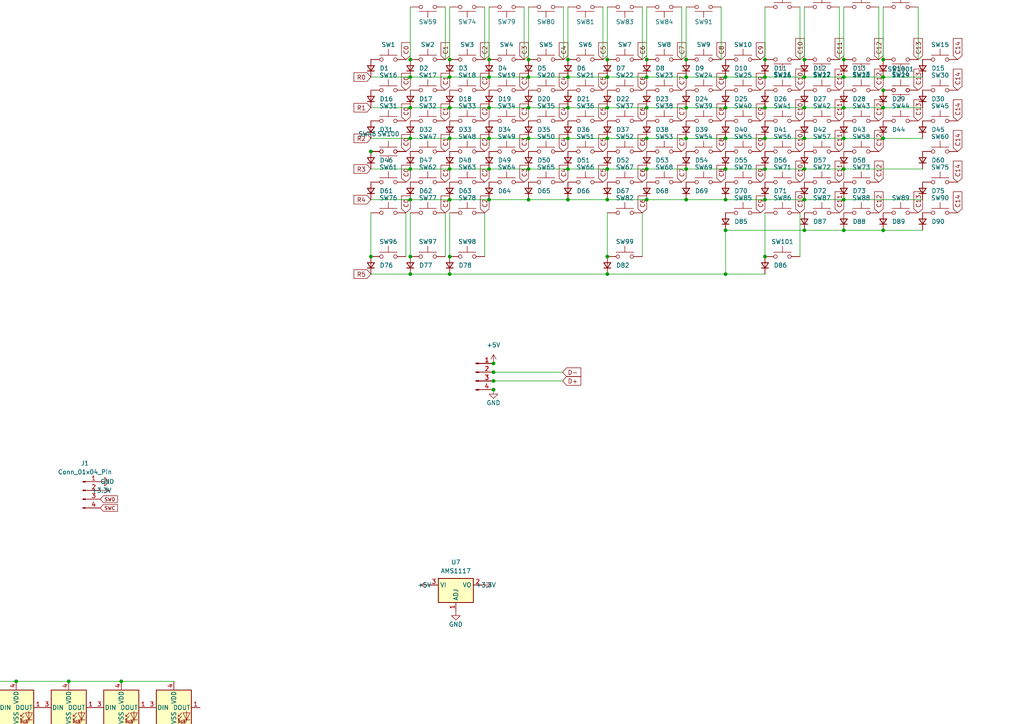
<source format=kicad_sch>
(kicad_sch (version 20241004) (generator "eeschema") (generator_version "8.99")
  (paper "A4")
  (lib_symbols
    (symbol "Connector:Conn_01x04_Pin" (pin_names (offset 1.016) (hide yes))
      (property "Reference" "J" (at 0 5.08 0))
      (property "Value" "Conn_01x04_Pin" (at 0 -7.62 0))
      (symbol "Conn_01x04_Pin_1_1"
        (pin passive line (at 5.08 2.54 180) (length 3.81) (name "Pin_1") (number "1"))
        (pin passive line (at 5.08 0 180) (length 3.81) (name "Pin_2") (number "2"))
        (pin passive line (at 5.08 -2.54 180) (length 3.81) (name "Pin_3") (number "3"))
        (pin passive line (at 5.08 -5.08 180) (length 3.81) (name "Pin_4") (number "4"))
      )
    )
    (symbol "Device:C_Small" (pin_numbers (hide yes)) (pin_names (offset 0.254) (hide yes))
      (property "Reference" "C" (at 0.254 1.778 0))
      (property "Value" "C_Small" (at 0.254 -2.032 0))
      (symbol "C_Small_1_1"
        (pin passive line (at 0 2.54 270) (length 2.032) (name "~") (number "1"))
        (pin passive line (at 0 -2.54 90) (length 2.032) (name "~") (number "2"))
      )
    )
    (symbol "Device:D_Small" (pin_numbers (hide yes)) (pin_names (offset 0.254) (hide yes))
      (property "Reference" "D" (at -1.27 2.032 0))
      (property "Value" "D_Small" (at -3.81 -2.032 0))
      (symbol "D_Small_1_1"
        (pin passive line (at -2.54 0 0) (length 1.778) (name "K") (number "1"))
        (pin passive line (at 2.54 0 180) (length 1.778) (name "A") (number "2"))
      )
    )
    (symbol "Device:R_Small" (pin_numbers (hide yes)) (pin_names (offset 0.254) (hide yes))
      (property "Reference" "R" (at 0.762 0.508 0))
      (property "Value" "R_Small" (at 0.762 -1.016 0))
      (symbol "R_Small_1_1"
        (pin passive line (at 0 2.54 270) (length 0.762) (name "~") (number "1"))
        (pin passive line (at 0 -2.54 90) (length 0.762) (name "~") (number "2"))
      )
    )
    (symbol "LED:WS2812B-2020" (pin_names (offset 0.254))
      (property "Reference" "D" (at 5.08 5.715 0))
      (property "Value" "WS2812B-2020" (at 1.27 -5.715 0))
      (symbol "WS2812B-2020_0_0"
        (text "RGB" (at 2.286 -4.191 0) (effects (font (size 0.762 0.762))))
      )
      (symbol "WS2812B-2020_1_1"
        (pin input line (at -7.62 0 0) (length 2.54) (name "DIN") (number "3"))
        (pin power_in line (at 0 7.62 270) (length 2.54) (name "VDD") (number "4"))
        (pin power_in line (at 0 -7.62 90) (length 2.54) (name "VSS") (number "2"))
        (pin output line (at 7.62 0 180) (length 2.54) (name "DOUT") (number "1"))
      )
    )
    (symbol "Regulator_Linear:AMS1117"
      (property "Reference" "U" (at -3.81 3.175 0))
      (property "Value" "AMS1117" (at 0 3.175 0))
      (symbol "AMS1117_1_1"
        (pin power_in line (at -7.62 0 0) (length 2.54) (name "VI") (number "3"))
        (pin input line (at 0 -7.62 90) (length 2.54) (name "ADJ") (number "1"))
        (pin power_out line (at 7.62 0 180) (length 2.54) (name "VO") (number "2"))
      )
    )
    (symbol "Switch:SW_Push" (pin_numbers (hide yes)) (pin_names (offset 1.016) (hide yes))
      (property "Reference" "SW" (at 1.27 2.54 0))
      (property "Value" "SW_Push" (at 0 -1.524 0))
      (symbol "SW_Push_0_1"
        (pin passive line (at -5.08 0 0) (length 2.54) (name "1") (number "1"))
        (pin passive line (at 5.08 0 180) (length 2.54) (name "2") (number "2"))
      )
    )
    (symbol "power:+3.3V" (power) (pin_numbers (hide yes)) (pin_names (offset 0) (hide yes))
      (property "Value" "+3.3V" (at 0 3.556 0))
      (symbol "+3.3V_1_1"
        (pin power_in line (at 0 0 90) (length 0) (name "~") (number "1"))
      )
    )
    (symbol "power:+5V" (power) (pin_numbers (hide yes)) (pin_names (offset 0) (hide yes))
      (property "Value" "+5V" (at 0 3.556 0))
      (symbol "+5V_1_1"
        (pin power_in line (at 0 0 90) (length 0) (name "~") (number "1"))
      )
    )
    (symbol "power:GND" (power) (pin_numbers (hide yes)) (pin_names (offset 0) (hide yes))
      (property "Value" "GND" (at 0 -3.81 0))
      (symbol "GND_1_1"
        (pin power_in line (at 0 0 270) (length 0) (name "~") (number "1"))
      )
    )
    (symbol "stm32f072:STM32F072-LQFP48-acheronSymbols" (pin_names (offset 1.016))
      (property "Reference" "U1" (at -1.905 3.175 0))
      (property "Value" "STM32F072-LQFP48" (at -15.24 -1.27 0))
      (symbol "STM32F072-LQFP48-acheronSymbols_1_1"
        (pin power_in line (at -43.18 35.56 0) (length 2.54) (name "VBAT") (number "1"))
        (pin bidirectional line (at -43.18 29.21 0) (length 2.54) (name "PC13") (number "2"))
        (pin bidirectional line (at -43.18 22.86 0) (length 2.54) (name "PC14/OSC32_IN") (number "3"))
        (pin bidirectional line (at -43.18 16.51 0) (length 2.54) (name "PC15/OSC32_OUT") (number "4"))
        (pin bidirectional line (at -43.18 10.16 0) (length 2.54) (name "PF0/OSC_IN") (number "5"))
        (pin bidirectional line (at -43.18 3.81 0) (length 2.54) (name "PF1/OSC_OUT") (number "6"))
        (pin input line (at -43.18 -2.54 0) (length 2.54) (name "NRST") (number "7"))
        (pin power_in line (at -43.18 -8.89 0) (length 2.54) (name "VSSA") (number "8"))
        (pin power_in line (at -43.18 -15.24 0) (length 2.54) (name "VDDA") (number "9"))
        (pin bidirectional line (at -43.18 -21.59 0) (length 2.54) (name "PA0/ADC_IN0") (number "10"))
        (pin bidirectional line (at -43.18 -27.94 0) (length 2.54) (name "PA1/ADC_IN1") (number "11"))
        (pin bidirectional line (at -43.18 -34.29 0) (length 2.54) (name "PA2/ADC_IN2") (number "12"))
        (pin input line (at -34.29 44.45 270) (length 2.54) (name "VDD") (number "48"))
        (pin bidirectional line (at -34.29 -43.18 90) (length 2.54) (name "PA3/TIM15_CH2/ADC_IN3") (number "13"))
        (pin input line (at -27.94 44.45 270) (length 2.54) (name "VSS") (number "47"))
        (pin bidirectional line (at -27.94 -43.18 90) (length 2.54) (name "PA4/TIM14_CH1/ADC_IN4") (number "14"))
        (pin input line (at -21.59 44.45 270) (length 2.54) (name "SPI2_NSS/I2S2_WS/I2C1_SDA/TIM17_CH1/PB9") (number "46"))
        (pin bidirectional line (at -21.59 -43.18 90) (length 2.54) (name "PA5/ADC_IN5/DAC_OUT2") (number "15"))
        (pin bidirectional line (at -15.24 44.45 270) (length 2.54) (name "I2C1_SCL/TIM16_CH1/PB8") (number "45"))
        (pin bidirectional line (at -15.24 -43.18 90) (length 2.54) (name "PA6/ADC_IN6/TIM3_CH1/TIM16_CH1") (number "16"))
        (pin output line (at -8.89 44.45 270) (length 2.54) (name "BOOT0") (number "44"))
        (pin bidirectional line (at -8.89 -43.18 90) (length 2.54) (name "PA7/TIM3_CH2/TIM14_CH1/ADC_IN7") (number "17"))
        (pin bidirectional line (at -2.54 44.45 270) (length 2.54) (name "2C1_SDA/PB7") (number "43"))
        (pin bidirectional line (at -2.54 -43.18 90) (length 2.54) (name "PB0/TIM3_CH3/ADC_IN8") (number "18"))
        (pin bidirectional line (at 3.81 44.45 270) (length 2.54) (name "I2C1_SCL/PB6") (number "42"))
        (pin bidirectional line (at 3.81 -43.18 90) (length 2.54) (name "PB1/TIM3_CH4/TIM14_CH1/ADC_IN9") (number "19"))
        (pin bidirectional line (at 10.16 44.45 270) (length 2.54) (name "SPI1_MOSI/I2S1_SD/TIM3_CH2/PB5") (number "41"))
        (pin bidirectional line (at 10.16 -43.18 90) (length 2.54) (name "PB2") (number "20"))
        (pin bidirectional line (at 16.51 44.45 270) (length 2.54) (name "SPI1_MISO/I2S1_MCK/TIM3_CH1/PB4") (number "40"))
        (pin bidirectional line (at 16.51 -43.18 90) (length 2.54) (name "PB10/SPI2_SCK/I2C2_SCL/TIM2_CH3") (number "21"))
        (pin bidirectional line (at 22.86 44.45 270) (length 2.54) (name "SPI1_SCK/I2S1_CK/TIM2_CH2/PB3") (number "39"))
        (pin bidirectional line (at 22.86 -43.18 90) (length 2.54) (name "PB11/TIM2_CH4/I2C2_SDA") (number "22"))
        (pin bidirectional line (at 29.21 44.45 270) (length 2.54) (name "PA2") (number "38"))
        (pin power_in line (at 29.21 -43.18 90) (length 2.54) (name "VSS") (number "23"))
        (pin bidirectional line (at 35.56 44.45 270) (length 2.54) (name "SWCLK/PA14") (number "37"))
        (pin power_in line (at 35.56 -43.18 90) (length 2.54) (name "VDD") (number "24"))
        (pin power_in line (at 44.45 34.29 180) (length 2.54) (name "VDDIO2") (number "36"))
        (pin power_in line (at 44.45 27.94 180) (length 2.54) (name "VSS") (number "35"))
        (pin bidirectional line (at 44.45 21.59 180) (length 2.54) (name "SWDIO/PA13") (number "34"))
        (pin bidirectional line (at 44.45 15.24 180) (length 2.54) (name "USB_DP/PA12") (number "33"))
        (pin bidirectional line (at 44.45 8.89 180) (length 2.54) (name "USB_DM/TIM1_CH4/PA11") (number "32"))
        (pin bidirectional line (at 44.45 2.54 180) (length 2.54) (name "TIM1_CH3/PA10") (number "31"))
        (pin bidirectional line (at 44.45 -3.81 180) (length 2.54) (name "TIM1_CH2/PA9") (number "30"))
        (pin bidirectional line (at 44.45 -10.16 180) (length 2.54) (name "TIM1_CH1/PA8") (number "29"))
        (pin bidirectional line (at 44.45 -16.51 180) (length 2.54) (name "SPI2_MOSI/I2S2_SD/PB15") (number "28"))
        (pin bidirectional line (at 44.45 -22.86 180) (length 2.54) (name "PB14/SPI2_MISO/I2S2_MCK/I2C2_SDA/TIM15_CH1/PB15") (number "27"))
        (pin bidirectional line (at 44.45 -29.21 180) (length 2.54) (name "SPI2_SCK/I2S2_CK/I2C2_SCL/PB13") (number "26"))
        (pin bidirectional line (at 44.45 -35.56 180) (length 2.54) (name "PB12") (number "25"))
      )
    )
  )
  (junction (at -132.461 212.852))
  (junction (at 176.149 49.022))
  (junction (at 143.129 110.49))
  (junction (at 256.159 31.242))
  (junction (at -22.098 60.96))
  (junction (at -94.234 -37.338))
  (junction (at -71.501 212.852))
  (junction (at 164.719 49.022))
  (junction (at -223.901 212.852))
  (junction (at -10.541 197.612))
  (junction (at 141.859 57.912))
  (junction (at 233.299 40.132))
  (junction (at -12.7 -18.542))
  (junction (at 118.999 40.132))
  (junction (at 187.579 31.242))
  (junction (at 256.159 40.132))
  (junction (at -110.998 19.304))
  (junction (at 35.179 212.852))
  (junction (at -208.661 197.612))
  (junction (at 221.869 31.242))
  (junction (at -12.7 -23.622))
  (junction (at 164.719 22.352))
  (junction (at 244.729 22.352))
  (junction (at 187.579 57.912))
  (junction (at -223.901 197.612))
  (junction (at 164.719 17.272))
  (junction (at 143.129 113.03))
  (junction (at 130.429 57.912))
  (junction (at 107.569 43.942))
  (junction (at -178.181 197.612))
  (junction (at 118.999 22.352))
  (junction (at -115.316 -46.228))
  (junction (at 256.159 26.162))
  (junction (at -132.461 197.612))
  (junction (at -147.701 212.852))
  (junction (at 130.429 49.022))
  (junction (at 210.439 40.132))
  (junction (at 176.149 17.272))
  (junction (at 164.719 31.242))
  (junction (at 176.149 74.422))
  (junction (at 187.579 17.272))
  (junction (at -162.941 197.612))
  (junction (at -103.886 -25.654))
  (junction (at -25.781 197.612))
  (junction (at 118.999 57.912))
  (junction (at 233.299 66.802))
  (junction (at 233.299 57.912))
  (junction (at -101.981 197.612))
  (junction (at 4.699 212.852))
  (junction (at 176.149 57.912))
  (junction (at 4.699 197.612))
  (junction (at 233.299 31.242))
  (junction (at 221.869 17.272))
  (junction (at 210.439 66.802))
  (junction (at 19.939 212.852))
  (junction (at 221.869 57.912))
  (junction (at -89.154 -37.338))
  (junction (at 244.729 49.022))
  (junction (at -117.221 197.612))
  (junction (at 199.009 57.912))
  (junction (at -193.421 212.852))
  (junction (at 130.429 22.352))
  (junction (at 19.939 197.612))
  (junction (at 256.159 22.352))
  (junction (at 187.579 49.022))
  (junction (at 143.129 107.95))
  (junction (at 130.429 17.272))
  (junction (at 244.729 17.272))
  (junction (at 118.999 17.272))
  (junction (at -9.144 -23.622))
  (junction (at 153.289 49.022))
  (junction (at -94.234 -41.656))
  (junction (at -27.178 56.642))
  (junction (at -101.981 212.852))
  (junction (at 153.289 22.352))
  (junction (at 244.729 66.802))
  (junction (at 153.289 17.272))
  (junction (at -89.154 -41.656))
  (junction (at 107.569 74.422))
  (junction (at -147.701 197.612))
  (junction (at 210.439 31.242))
  (junction (at 143.129 105.41))
  (junction (at -9.144 -18.542))
  (junction (at 210.439 49.022))
  (junction (at 118.999 31.242))
  (junction (at 130.429 79.502))
  (junction (at 187.579 40.132))
  (junction (at 244.729 40.132))
  (junction (at -86.741 197.612))
  (junction (at -162.941 212.852))
  (junction (at 164.719 40.132))
  (junction (at 221.869 74.422))
  (junction (at -41.021 197.612))
  (junction (at 176.149 79.502))
  (junction (at -27.178 60.96))
  (junction (at 141.859 22.352))
  (junction (at 210.439 57.912))
  (junction (at 118.999 79.502))
  (junction (at 210.439 79.502))
  (junction (at 233.299 17.272))
  (junction (at -56.261 197.612))
  (junction (at -10.541 212.852))
  (junction (at 118.999 74.422))
  (junction (at 130.429 74.422))
  (junction (at 233.299 22.352))
  (junction (at 35.179 197.612))
  (junction (at 233.299 49.022))
  (junction (at -71.501 197.612))
  (junction (at 187.579 22.352))
  (junction (at 141.859 17.272))
  (junction (at 210.439 22.352))
  (junction (at 176.149 31.242))
  (junction (at 130.429 40.132))
  (junction (at 256.159 66.802))
  (junction (at -193.421 197.612))
  (junction (at 141.859 31.242))
  (junction (at 199.009 17.272))
  (junction (at 199.009 31.242))
  (junction (at 153.289 31.242))
  (junction (at 141.859 40.132))
  (junction (at -112.522 -46.228))
  (junction (at 153.289 57.912))
  (junction (at 244.729 57.912))
  (junction (at 164.719 57.912))
  (junction (at -56.261 212.852))
  (junction (at 199.009 40.132))
  (junction (at 176.149 22.352))
  (junction (at 118.999 49.022))
  (junction (at 221.869 40.132))
  (junction (at -41.021 212.852))
  (junction (at -25.781 212.852))
  (junction (at 199.009 22.352))
  (junction (at -106.68 19.304))
  (junction (at 130.429 31.242))
  (junction (at 256.159 17.272))
  (junction (at -22.098 56.642))
  (junction (at -110.998 24.384))
  (junction (at -106.68 24.384))
  (junction (at 176.149 40.132))
  (junction (at -117.221 212.852))
  (junction (at 199.009 49.022))
  (junction (at -208.661 212.852))
  (junction (at 141.859 49.022))
  (junction (at 221.869 49.022))
  (junction (at 153.289 40.132))
  (junction (at -86.741 212.852))
  (junction (at 221.869 22.352))
  (junction (at -178.181 212.852))
  (junction (at 244.729 31.242))
  (no_connect (at -100.33 0))
  (no_connect (at -100.33 6.35))
  (wire (pts (xy 163.195 110.49) (xy 143.129 110.49)))
  (wire (pts (xy 199.009 2.032) (xy 199.009 17.272)))
  (wire (pts (xy 130.429 31.242) (xy 141.859 31.242)))
  (wire (pts (xy -15.748 -5.334) (xy -16.256 -5.334)))
  (wire (pts (xy -9.144 -18.542) (xy -12.7 -18.542)))
  (wire (pts (xy -100.33 19.304) (xy -100.33 19.05)))
  (wire (pts (xy -125.476 -46.228) (xy -125.476 -50.038)))
  (wire (pts (xy 118.999 57.912) (xy 130.429 57.912)))
  (wire (pts (xy 187.579 49.022) (xy 199.009 49.022)))
  (wire (pts (xy 256.159 2.032) (xy 256.159 17.272)))
  (wire (pts (xy 176.149 40.132) (xy 187.579 40.132)))
  (wire (pts (xy -41.021 197.612) (xy -25.781 197.612)))
  (wire (pts (xy 130.429 74.422) (xy 130.429 61.722)))
  (wire (pts (xy -12.7 -23.622) (xy -9.144 -23.622)))
  (wire (pts (xy 233.299 22.352) (xy 244.729 22.352)))
  (wire (pts (xy 164.719 22.352) (xy 176.149 22.352)))
  (wire (pts (xy 210.439 57.912) (xy 221.869 57.912)))
  (wire (pts (xy 187.579 57.912) (xy 199.009 57.912)))
  (wire (pts (xy 210.439 49.022) (xy 221.869 49.022)))
  (wire (pts (xy -162.941 212.852) (xy -147.701 212.852)))
  (wire (pts (xy 153.289 22.352) (xy 164.719 22.352)))
  (wire (pts (xy 266.319 2.032) (xy 266.319 17.272)))
  (wire (pts (xy -106.68 24.384) (xy -110.998 24.384)))
  (wire (pts (xy -27.178 53.34) (xy -27.94 53.34)))
  (wire (pts (xy 164.719 31.242) (xy 176.149 31.242)))
  (wire (pts (xy -12.7 -18.542) (xy -13.462 -18.542)))
  (wire (pts (xy 244.729 22.352) (xy 256.159 22.352)))
  (wire (pts (xy -223.901 212.852) (xy -208.661 212.852)))
  (wire (pts (xy -86.741 197.612) (xy -71.501 197.612)))
  (wire (pts (xy -20.828 54.102) (xy -22.098 54.102)))
  (wire (pts (xy 256.159 31.242) (xy 267.589 31.242)))
  (wire (pts (xy -12.7 -11.43) (xy -7.62 -11.43)))
  (wire (pts (xy 164.719 49.022) (xy 176.149 49.022)))
  (wire (pts (xy 199.009 22.352) (xy 210.439 22.352)))
  (wire (pts (xy 244.729 57.912) (xy 267.589 57.912)))
  (wire (pts (xy 117.729 74.422) (xy 117.729 61.722)))
  (wire (pts (xy 210.439 31.242) (xy 221.869 31.242)))
  (wire (pts (xy 118.999 74.422) (xy 118.999 61.722)))
  (wire (pts (xy -86.741 212.852) (xy -71.501 212.852)))
  (wire (pts (xy 107.569 49.022) (xy 118.999 49.022)))
  (wire (pts (xy 107.569 31.242) (xy 118.999 31.242)))
  (wire (pts (xy -101.981 212.852) (xy -86.741 212.852)))
  (wire (pts (xy -162.941 197.612) (xy -147.701 197.612)))
  (wire (pts (xy 153.289 57.912) (xy 164.719 57.912)))
  (wire (pts (xy 118.999 2.032) (xy 118.999 17.272)))
  (wire (pts (xy -22.098 54.102) (xy -22.098 56.642)))
  (wire (pts (xy 176.149 2.032) (xy 176.149 17.272)))
  (wire (pts (xy -25.781 197.612) (xy -10.541 197.612)))
  (wire (pts (xy 130.429 22.352) (xy 141.859 22.352)))
  (wire (pts (xy -147.701 197.612) (xy -132.461 197.612)))
  (wire (pts (xy 129.159 2.032) (xy 129.159 17.272)))
  (wire (pts (xy 176.149 22.352) (xy 187.579 22.352)))
  (wire (pts (xy 176.149 79.502) (xy 210.439 79.502)))
  (wire (pts (xy 199.009 57.912) (xy 210.439 57.912)))
  (wire (pts (xy 153.289 40.132) (xy 164.719 40.132)))
  (wire (pts (xy 233.299 49.022) (xy 244.729 49.022)))
  (wire (pts (xy -208.661 197.612) (xy -193.421 197.612)))
  (wire (pts (xy 141.859 49.022) (xy 153.289 49.022)))
  (wire (pts (xy -25.781 212.852) (xy -10.541 212.852)))
  (wire (pts (xy 233.299 31.242) (xy 244.729 31.242)))
  (wire (pts (xy 35.179 197.612) (xy 50.419 197.612)))
  (wire (pts (xy -101.473 -25.654) (xy -103.886 -25.654)))
  (wire (pts (xy 153.289 49.022) (xy 164.719 49.022)))
  (wire (pts (xy -15.748 -5.08) (xy -15.748 -5.334)))
  (wire (pts (xy -132.461 212.852) (xy -117.221 212.852)))
  (wire (pts (xy 164.719 2.032) (xy 164.719 17.272)))
  (wire (pts (xy 130.429 79.502) (xy 176.149 79.502)))
  (wire (pts (xy 130.429 40.132) (xy 141.859 40.132)))
  (wire (pts (xy -112.522 -51.562) (xy -115.316 -51.562)))
  (wire (pts (xy 153.289 31.242) (xy 164.719 31.242)))
  (wire (pts (xy 197.739 2.032) (xy 197.739 17.272)))
  (wire (pts (xy 118.999 49.022) (xy 130.429 49.022)))
  (wire (pts (xy -56.261 197.612) (xy -41.021 197.612)))
  (wire (pts (xy 244.729 66.802) (xy 256.159 66.802)))
  (wire (pts (xy -115.316 -46.228) (xy -112.522 -46.228)))
  (wire (pts (xy 210.439 40.132) (xy 221.869 40.132)))
  (wire (pts (xy 256.159 22.352) (xy 267.589 22.352)))
  (wire (pts (xy -98.933 12.446) (xy -103.886 12.446)))
  (wire (pts (xy 118.999 22.352) (xy 130.429 22.352)))
  (wire (pts (xy -239.141 197.612) (xy -223.901 197.612)))
  (wire (pts (xy 199.009 40.132) (xy 210.439 40.132)))
  (wire (pts (xy -193.421 212.852) (xy -178.181 212.852)))
  (wire (pts (xy -239.141 212.852) (xy -223.901 212.852)))
  (wire (pts (xy -101.473 -25.4) (xy -101.473 -25.654)))
  (wire (pts (xy 107.569 79.502) (xy 118.999 79.502)))
  (wire (pts (xy 163.449 2.032) (xy 163.449 17.272)))
  (wire (pts (xy 143.129 107.95) (xy 163.195 107.95)))
  (wire (pts (xy -56.261 212.852) (xy -41.021 212.852)))
  (wire (pts (xy 141.859 22.352) (xy 153.289 22.352)))
  (wire (pts (xy -178.181 212.852) (xy -162.941 212.852)))
  (wire (pts (xy 210.439 79.502) (xy 210.439 66.802)))
  (wire (pts (xy -117.856 -46.228) (xy -115.316 -46.228)))
  (wire (pts (xy -71.501 197.612) (xy -56.261 197.612)))
  (wire (pts (xy -15.113 1.016) (xy -16.256 1.016)))
  (wire (pts (xy 141.859 31.242) (xy 153.289 31.242)))
  (wire (pts (xy -101.981 197.612) (xy -86.741 197.612)))
  (wire (pts (xy -12.7 -18.542) (xy -12.7 -17.78)))
  (wire (pts (xy -100.33 25.4) (xy -100.33 24.384)))
  (wire (pts (xy 19.939 197.612) (xy 35.179 197.612)))
  (wire (pts (xy -41.021 212.852) (xy -25.781 212.852)))
  (wire (pts (xy -10.541 212.852) (xy 4.699 212.852)))
  (wire (pts (xy 243.459 2.032) (xy 243.459 17.272)))
  (wire (pts (xy 153.289 2.032) (xy 153.289 17.272)))
  (wire (pts (xy 164.719 40.132) (xy 176.149 40.132)))
  (wire (pts (xy -12.7 1.27) (xy -15.113 1.27)))
  (wire (pts (xy 19.939 212.852) (xy 35.179 212.852)))
  (wire (pts (xy 118.999 79.502) (xy 130.429 79.502)))
  (wire (pts (xy 221.869 31.242) (xy 233.299 31.242)))
  (wire (pts (xy 232.029 2.032) (xy 232.029 17.272)))
  (wire (pts (xy 244.729 49.022) (xy 267.589 49.022)))
  (wire (pts (xy -15.113 1.27) (xy -15.113 1.016)))
  (wire (pts (xy 232.029 74.422) (xy 232.029 61.722)))
  (wire (pts (xy 4.699 212.852) (xy 19.939 212.852)))
  (wire (pts (xy -132.461 197.612) (xy -117.221 197.612)))
  (wire (pts (xy -91.44 -34.29) (xy -94.234 -34.29)))
  (wire (pts (xy 210.439 66.802) (xy 233.299 66.802)))
  (wire (pts (xy -20.828 53.34) (xy -21.59 53.34)))
  (wire (pts (xy -20.828 54.102) (xy -20.828 53.34)))
  (wire (pts (xy -89.154 -37.338) (xy -89.154 -34.29)))
  (wire (pts (xy 256.159 66.802) (xy 267.589 66.802)))
  (wire (pts (xy -12.7 -5.08) (xy -15.748 -5.08)))
  (wire (pts (xy -193.421 197.612) (xy -178.181 197.612)))
  (wire (pts (xy -100.33 12.7) (xy -98.933 12.7)))
  (wire (pts (xy 176.149 31.242) (xy 187.579 31.242)))
  (wire (pts (xy -106.68 19.304) (xy -100.33 19.304)))
  (wire (pts (xy 176.149 57.912) (xy 187.579 57.912)))
  (wire (pts (xy 118.999 31.242) (xy 130.429 31.242)))
  (wire (pts (xy 35.179 212.852) (xy 50.419 212.852)))
  (wire (pts (xy -98.933 12.7) (xy -98.933 12.446)))
  (wire (pts (xy -100.33 24.384) (xy -106.68 24.384)))
  (wire (pts (xy 4.699 197.612) (xy 19.939 197.612)))
  (wire (pts (xy -71.501 212.852) (xy -56.261 212.852)))
  (wire (pts (xy -27.178 53.34) (xy -27.178 56.642)))
  (wire (pts (xy 130.429 2.032) (xy 130.429 17.272)))
  (wire (pts (xy 221.869 49.022) (xy 233.299 49.022)))
  (wire (pts (xy -223.901 197.612) (xy -208.661 197.612)))
  (wire (pts (xy 130.429 57.912) (xy 141.859 57.912)))
  (wire (pts (xy 141.859 2.032) (xy 141.859 17.272)))
  (wire (pts (xy 244.729 31.242) (xy 256.159 31.242)))
  (wire (pts (xy 186.309 2.032) (xy 186.309 17.272)))
  (wire (pts (xy -22.098 56.642) (xy -22.098 60.96)))
  (wire (pts (xy 164.719 57.912) (xy 176.149 57.912)))
  (wire (pts (xy -94.234 -37.338) (xy -94.234 -41.656)))
  (wire (pts (xy -117.221 197.612) (xy -101.981 197.612)))
  (wire (pts (xy 233.299 40.132) (xy 244.729 40.132)))
  (wire (pts (xy -94.234 -34.29) (xy -94.234 -37.338)))
  (wire (pts (xy 174.879 2.032) (xy 174.879 17.272)))
  (wire (pts (xy 130.429 49.022) (xy 141.859 49.022)))
  (wire (pts (xy -115.316 -50.038) (xy -115.316 -46.228)))
  (wire (pts (xy 152.019 2.032) (xy 152.019 17.272)))
  (wire (pts (xy -89.154 -41.656) (xy -89.154 -37.338)))
  (wire (pts (xy 221.869 57.912) (xy 233.299 57.912)))
  (wire (pts (xy 107.569 22.352) (xy 118.999 22.352)))
  (wire (pts (xy 140.589 74.422) (xy 140.589 61.722)))
  (wire (pts (xy 187.579 2.032) (xy 187.579 17.272)))
  (wire (pts (xy 233.299 66.802) (xy 244.729 66.802)))
  (wire (pts (xy 186.309 74.422) (xy 186.309 61.722)))
  (wire (pts (xy 244.729 2.032) (xy 244.729 17.272)))
  (wire (pts (xy 233.299 2.032) (xy 233.299 17.272)))
  (wire (pts (xy 199.009 49.022) (xy 210.439 49.022)))
  (wire (pts (xy -147.701 212.852) (xy -132.461 212.852)))
  (wire (pts (xy 141.859 57.912) (xy 153.289 57.912)))
  (wire (pts (xy -12.7 -24.13) (xy -12.7 -23.622)))
  (wire (pts (xy -100.33 -25.4) (xy -101.473 -25.4)))
  (wire (pts (xy -10.541 197.612) (xy 4.699 197.612)))
  (wire (pts (xy -89.154 -34.29) (xy -85.09 -34.29)))
  (wire (pts (xy 187.579 40.132) (xy 199.009 40.132)))
  (wire (pts (xy 107.569 40.132) (xy 118.999 40.132)))
  (wire (pts (xy -110.998 19.304) (xy -106.68 19.304)))
  (wire (pts (xy 254.889 2.032) (xy 254.889 17.272)))
  (wire (pts (xy -12.7 -23.622) (xy -13.462 -23.622)))
  (wire (pts (xy 210.439 22.352) (xy 221.869 22.352)))
  (wire (pts (xy 141.859 40.132) (xy 153.289 40.132)))
  (wire (pts (xy 176.149 74.422) (xy 176.149 61.722)))
  (wire (pts (xy 107.569 74.422) (xy 107.569 61.722)))
  (wire (pts (xy -21.59 -38.1) (xy -21.59 -34.29)))
  (wire (pts (xy 256.159 40.132) (xy 267.589 40.132)))
  (wire (pts (xy 221.869 2.032) (xy 221.869 17.272)))
  (wire (pts (xy 221.869 40.132) (xy 233.299 40.132)))
  (wire (pts (xy -178.181 197.612) (xy -162.941 197.612)))
  (wire (pts (xy 210.439 79.502) (xy 221.869 79.502)))
  (wire (pts (xy 118.999 40.132) (xy 130.429 40.132)))
  (wire (pts (xy -122.936 -46.228) (xy -125.476 -46.228)))
  (wire (pts (xy 107.569 57.912) (xy 118.999 57.912)))
  (wire (pts (xy 199.009 31.242) (xy 210.439 31.242)))
  (wire (pts (xy 129.159 74.422) (xy 129.159 61.722)))
  (wire (pts (xy 140.589 2.032) (xy 140.589 17.272)))
  (wire (pts (xy -112.522 -46.228) (xy -112.522 -46.482)))
  (wire (pts (xy 187.579 31.242) (xy 199.009 31.242)))
  (wire (pts (xy 221.869 74.422) (xy 221.869 61.722)))
  (wire (pts (xy 209.169 2.032) (xy 209.169 17.272)))
  (wire (pts (xy 176.149 49.022) (xy 187.579 49.022)))
  (wire (pts (xy 187.579 22.352) (xy 199.009 22.352)))
  (wire (pts (xy -117.221 212.852) (xy -101.981 212.852)))
  (wire (pts (xy 244.729 40.132) (xy 256.159 40.132)))
  (wire (pts (xy -27.178 60.96) (xy -27.178 56.642)))
  (wire (pts (xy -208.661 212.852) (xy -193.421 212.852)))
  (wire (pts (xy 233.299 57.912) (xy 244.729 57.912)))
  (wire (pts (xy 221.869 22.352) (xy 233.299 22.352)))
  (global_label "C4" (shape input) (at 163.449 43.942 90) (property "Intersheetrefs" "${INTERSHEET_REFS}" (effects (hide yes))))
  (global_label "R0" (shape input) (at -12.7 20.32 0) (property "Intersheetrefs" "${INTERSHEET_REFS}" (effects (hide yes))))
  (global_label "C0" (shape input) (at 117.729 26.162 90) (property "Intersheetrefs" "${INTERSHEET_REFS}" (effects (hide yes))))
  (global_label "C3" (shape input) (at -12.7 26.67 0) (property "Intersheetrefs" "${INTERSHEET_REFS}" (effects (hide yes))))
  (global_label "C9" (shape input) (at 220.599 52.832 90) (property "Intersheetrefs" "${INTERSHEET_REFS}" (effects (hide yes))))
  (global_label "C12" (shape input) (at 254.889 26.162 90) (property "Intersheetrefs" "${INTERSHEET_REFS}" (effects (hide yes))))
  (global_label "R4" (shape input) (at 107.569 57.912 180) (property "Intersheetrefs" "${INTERSHEET_REFS}" (effects (hide yes))))
  (global_label "C10" (shape input) (at 232.029 52.832 90) (property "Intersheetrefs" "${INTERSHEET_REFS}" (effects (hide yes))))
  (global_label "C12" (shape input) (at -34.29 -34.29 90) (property "Intersheetrefs" "${INTERSHEET_REFS}" (effects (hide yes))))
  (global_label "C2" (shape input) (at 140.589 26.162 90) (property "Intersheetrefs" "${INTERSHEET_REFS}" (effects (hide yes))))
  (global_label "C7" (shape input) (at 197.739 35.052 90) (property "Intersheetrefs" "${INTERSHEET_REFS}" (effects (hide yes))))
  (global_label "C13" (shape input) (at -27.94 -34.29 90) (property "Intersheetrefs" "${INTERSHEET_REFS}" (effects (hide yes))))
  (global_label "R5" (shape input) (at -100.33 -6.35 180) (property "Intersheetrefs" "${INTERSHEET_REFS}" (effects (hide yes))))
  (global_label "C8" (shape input) (at -59.69 -34.29 90) (property "Intersheetrefs" "${INTERSHEET_REFS}" (effects (hide yes))))
  (global_label "C12" (shape input) (at 254.889 35.052 90) (property "Intersheetrefs" "${INTERSHEET_REFS}" (effects (hide yes))))
  (global_label "C2" (shape input) (at 140.589 43.942 90) (property "Intersheetrefs" "${INTERSHEET_REFS}" (effects (hide yes))))
  (global_label "C3" (shape input) (at 152.019 35.052 90) (property "Intersheetrefs" "${INTERSHEET_REFS}" (effects (hide yes))))
  (global_label "C13" (shape input) (at 266.319 61.722 90) (property "Intersheetrefs" "${INTERSHEET_REFS}" (effects (hide yes))))
  (global_label "C3" (shape input) (at 152.019 52.832 90) (property "Intersheetrefs" "${INTERSHEET_REFS}" (effects (hide yes))))
  (global_label "R2" (shape input) (at -12.7 7.62 0) (property "Intersheetrefs" "${INTERSHEET_REFS}" (effects (hide yes))))
  (global_label "C14" (shape input) (at 277.749 26.162 90) (property "Intersheetrefs" "${INTERSHEET_REFS}" (effects (hide yes))))
  (global_label "C12" (shape input) (at 254.889 61.722 90) (property "Intersheetrefs" "${INTERSHEET_REFS}" (effects (hide yes))))
  (global_label "D-" (shape input) (at -16.256 1.016 0) (property "Intersheetrefs" "${INTERSHEET_REFS}" (effects (hide yes))))
  (global_label "C5" (shape input) (at 174.879 26.162 90) (property "Intersheetrefs" "${INTERSHEET_REFS}" (effects (hide yes))))
  (global_label "C1" (shape input) (at 129.159 26.162 90) (property "Intersheetrefs" "${INTERSHEET_REFS}" (effects (hide yes))))
  (global_label "C1" (shape input) (at 129.159 61.722 90) (property "Intersheetrefs" "${INTERSHEET_REFS}" (effects (hide yes))))
  (global_label "C12" (shape input) (at 254.889 52.832 90) (property "Intersheetrefs" "${INTERSHEET_REFS}" (effects (hide yes))))
  (global_label "C2" (shape input) (at 140.589 52.832 90) (property "Intersheetrefs" "${INTERSHEET_REFS}" (effects (hide yes))))
  (global_label "C6" (shape input) (at 186.309 43.942 90) (property "Intersheetrefs" "${INTERSHEET_REFS}" (effects (hide yes))))
  (global_label "C0" (shape input) (at 117.729 52.832 90) (property "Intersheetrefs" "${INTERSHEET_REFS}" (effects (hide yes))))
  (global_label "boot" (shape input) (at -66.04 -34.29 90) (property "Intersheetrefs" "${INTERSHEET_REFS}" (effects (hide yes))))
  (global_label "C2" (shape input) (at 140.589 61.722 90) (property "Intersheetrefs" "${INTERSHEET_REFS}" (effects (hide yes))))
  (global_label "C6" (shape input) (at -72.39 -34.29 90) (property "Intersheetrefs" "${INTERSHEET_REFS}" (effects (hide yes))))
  (global_label "C3" (shape input) (at 152.019 17.272 90) (property "Intersheetrefs" "${INTERSHEET_REFS}" (effects (hide yes))))
  (global_label "C11" (shape input) (at 243.459 52.832 90) (property "Intersheetrefs" "${INTERSHEET_REFS}" (effects (hide yes))))
  (global_label "RST" (shape input) (at -103.886 12.446 180) (property "Intersheetrefs" "${INTERSHEET_REFS}" (effects (hide yes))))
  (global_label "C10" (shape input) (at 232.029 35.052 90) (property "Intersheetrefs" "${INTERSHEET_REFS}" (effects (hide yes))))
  (global_label "C0" (shape input) (at 117.729 43.942 90) (property "Intersheetrefs" "${INTERSHEET_REFS}" (effects (hide yes))))
  (global_label "R3" (shape input) (at -100.33 -19.05 180) (property "Intersheetrefs" "${INTERSHEET_REFS}" (effects (hide yes))))
  (global_label "C14" (shape input) (at 277.749 52.832 90) (property "Intersheetrefs" "${INTERSHEET_REFS}" (effects (hide yes))))
  (global_label "C13" (shape input) (at 266.319 17.272 90) (property "Intersheetrefs" "${INTERSHEET_REFS}" (effects (hide yes))))
  (global_label "C1" (shape input) (at 129.159 52.832 90) (property "Intersheetrefs" "${INTERSHEET_REFS}" (effects (hide yes))))
  (global_label "R5" (shape input) (at 107.569 79.502 180) (property "Intersheetrefs" "${INTERSHEET_REFS}" (effects (hide yes))))
  (global_label "SWC" (shape input) (at 29.083 147.32 0) (effects (font (size 1 1))) (property "Intersheetrefs" "${INTERSHEET_REFS}" (effects (hide yes))))
  (global_label "C9" (shape input) (at 220.599 61.722 90) (property "Intersheetrefs" "${INTERSHEET_REFS}" (effects (hide yes))))
  (global_label "C7" (shape input) (at 197.739 43.942 90) (property "Intersheetrefs" "${INTERSHEET_REFS}" (effects (hide yes))))
  (global_label "RST" (shape input) (at -125.476 -50.038 180) (property "Intersheetrefs" "${INTERSHEET_REFS}" (effects (hide yes))))
  (global_label "C3" (shape input) (at 152.019 26.162 90) (property "Intersheetrefs" "${INTERSHEET_REFS}" (effects (hide yes))))
  (global_label "C14" (shape input) (at 277.749 17.272 90) (property "Intersheetrefs" "${INTERSHEET_REFS}" (effects (hide yes))))
  (global_label "RGB" (shape input) (at -34.29 53.34 270) (property "Intersheetrefs" "${INTERSHEET_REFS}" (effects (hide yes))))
  (global_label "C10" (shape input) (at 232.029 17.272 90) (property "Intersheetrefs" "${INTERSHEET_REFS}" (effects (hide yes))))
  (global_label "C13" (shape input) (at 266.319 26.162 90) (property "Intersheetrefs" "${INTERSHEET_REFS}" (effects (hide yes))))
  (global_label "C4" (shape input) (at -8.255 -11.43 90) (property "Intersheetrefs" "${INTERSHEET_REFS}" (effects (hide yes))))
  (global_label "R4" (shape input) (at -100.33 -12.7 180) (property "Intersheetrefs" "${INTERSHEET_REFS}" (effects (hide yes))))
  (global_label "C1" (shape input) (at -12.7 39.37 0) (property "Intersheetrefs" "${INTERSHEET_REFS}" (effects (hide yes))))
  (global_label "SWD" (shape input) (at -7.62 -11.43 0) (property "Intersheetrefs" "${INTERSHEET_REFS}" (effects (hide yes))))
  (global_label "C6" (shape input) (at 186.309 17.272 90) (property "Intersheetrefs" "${INTERSHEET_REFS}" (effects (hide yes))))
  (global_label "C6" (shape input) (at 186.309 52.832 90) (property "Intersheetrefs" "${INTERSHEET_REFS}" (effects (hide yes))))
  (global_label "C10" (shape input) (at -46.99 -34.29 90) (property "Intersheetrefs" "${INTERSHEET_REFS}" (effects (hide yes))))
  (global_label "C5" (shape input) (at 174.879 43.942 90) (property "Intersheetrefs" "${INTERSHEET_REFS}" (effects (hide yes))))
  (global_label "C12" (shape input) (at 254.889 17.272 90) (property "Intersheetrefs" "${INTERSHEET_REFS}" (effects (hide yes))))
  (global_label "C5" (shape input) (at 174.879 17.272 90) (property "Intersheetrefs" "${INTERSHEET_REFS}" (effects (hide yes))))
  (global_label "SWC" (shape input) (at -21.59 -36.83 0) (effects (font (size 1 1))) (property "Intersheetrefs" "${INTERSHEET_REFS}" (effects (hide yes))))
  (global_label "C10" (shape input) (at 232.029 43.942 90) (property "Intersheetrefs" "${INTERSHEET_REFS}" (effects (hide yes))))
  (global_label "C5" (shape input) (at 174.879 35.052 90) (property "Intersheetrefs" "${INTERSHEET_REFS}" (effects (hide yes))))
  (global_label "C8" (shape input) (at 209.169 35.052 90) (property "Intersheetrefs" "${INTERSHEET_REFS}" (effects (hide yes))))
  (global_label "C9" (shape input) (at 220.599 26.162 90) (property "Intersheetrefs" "${INTERSHEET_REFS}" (effects (hide yes))))
  (global_label "C9" (shape input) (at 220.599 17.272 90) (property "Intersheetrefs" "${INTERSHEET_REFS}" (effects (hide yes))))
  (global_label "C2" (shape input) (at -12.7 33.02 0) (property "Intersheetrefs" "${INTERSHEET_REFS}" (effects (hide yes))))
  (global_label "C8" (shape input) (at 209.169 43.942 90) (property "Intersheetrefs" "${INTERSHEET_REFS}" (effects (hide yes))))
  (global_label "C1" (shape input) (at 129.159 43.942 90) (property "Intersheetrefs" "${INTERSHEET_REFS}" (effects (hide yes))))
  (global_label "C0" (shape input) (at -12.7 45.72 0) (property "Intersheetrefs" "${INTERSHEET_REFS}" (effects (hide yes))))
  (global_label "C9" (shape input) (at -53.34 -34.29 90) (property "Intersheetrefs" "${INTERSHEET_REFS}" (effects (hide yes))))
  (global_label "C14" (shape input) (at 277.749 43.942 90) (property "Intersheetrefs" "${INTERSHEET_REFS}" (effects (hide yes))))
  (global_label "C4" (shape input) (at 163.449 35.052 90) (property "Intersheetrefs" "${INTERSHEET_REFS}" (effects (hide yes))))
  (global_label "C6" (shape input) (at 186.309 26.162 90) (property "Intersheetrefs" "${INTERSHEET_REFS}" (effects (hide yes))))
  (global_label "C9" (shape input) (at 220.599 35.052 90) (property "Intersheetrefs" "${INTERSHEET_REFS}" (effects (hide yes))))
  (global_label "C0" (shape input) (at 117.729 17.272 90) (property "Intersheetrefs" "${INTERSHEET_REFS}" (effects (hide yes))))
  (global_label "C7" (shape input) (at 197.739 52.832 90) (property "Intersheetrefs" "${INTERSHEET_REFS}" (effects (hide yes))))
  (global_label "R1" (shape input) (at 107.569 31.242 180) (property "Intersheetrefs" "${INTERSHEET_REFS}" (effects (hide yes))))
  (global_label "C2" (shape input) (at 140.589 17.272 90) (property "Intersheetrefs" "${INTERSHEET_REFS}" (effects (hide yes))))
  (global_label "C7" (shape input) (at 197.739 17.272 90) (property "Intersheetrefs" "${INTERSHEET_REFS}" (effects (hide yes))))
  (global_label "C14" (shape input) (at 277.749 35.052 90) (property "Intersheetrefs" "${INTERSHEET_REFS}" (effects (hide yes))))
  (global_label "C13" (shape input) (at 266.319 35.052 90) (property "Intersheetrefs" "${INTERSHEET_REFS}" (effects (hide yes))))
  (global_label "C10" (shape input) (at 232.029 61.722 90) (property "Intersheetrefs" "${INTERSHEET_REFS}" (effects (hide yes))))
  (global_label "C4" (shape input) (at 163.449 26.162 90) (property "Intersheetrefs" "${INTERSHEET_REFS}" (effects (hide yes))))
  (global_label "D+" (shape input) (at -16.256 -5.334 0) (property "Intersheetrefs" "${INTERSHEET_REFS}" (effects (hide yes))))
  (global_label "C1" (shape input) (at 129.159 35.052 90) (property "Intersheetrefs" "${INTERSHEET_REFS}" (effects (hide yes))))
  (global_label "C7" (shape input) (at 197.739 26.162 90) (property "Intersheetrefs" "${INTERSHEET_REFS}" (effects (hide yes))))
  (global_label "SWD" (shape input) (at 29.083 144.78 0) (effects (font (size 1 1))) (property "Intersheetrefs" "${INTERSHEET_REFS}" (effects (hide yes))))
  (global_label "C6" (shape input) (at 186.309 61.722 90) (property "Intersheetrefs" "${INTERSHEET_REFS}" (effects (hide yes))))
  (global_label "C3" (shape input) (at 152.019 43.942 90) (property "Intersheetrefs" "${INTERSHEET_REFS}" (effects (hide yes))))
  (global_label "C8" (shape input) (at 209.169 52.832 90) (property "Intersheetrefs" "${INTERSHEET_REFS}" (effects (hide yes))))
  (global_label "C12" (shape input) (at 254.889 43.942 90) (property "Intersheetrefs" "${INTERSHEET_REFS}" (effects (hide yes))))
  (global_label "C4" (shape input) (at 163.449 52.832 90) (property "Intersheetrefs" "${INTERSHEET_REFS}" (effects (hide yes))))
  (global_label "C7" (shape input) (at -100.33 31.75 180) (effects (font (size 1 1))) (property "Intersheetrefs" "${INTERSHEET_REFS}" (effects (hide yes))))
  (global_label "R2" (shape input) (at 107.569 40.132 180) (property "Intersheetrefs" "${INTERSHEET_REFS}" (effects (hide yes))))
  (global_label "C2" (shape input) (at 140.589 35.052 90) (property "Intersheetrefs" "${INTERSHEET_REFS}" (effects (hide yes))))
  (global_label "D-" (shape input) (at 163.195 107.95 0) (property "Intersheetrefs" "${INTERSHEET_REFS}" (effects (hide yes))))
  (global_label "C0" (shape input) (at 117.729 61.722 90) (property "Intersheetrefs" "${INTERSHEET_REFS}" (effects (hide yes))))
  (global_label "boot" (shape input) (at -112.522 -51.562 90) (property "Intersheetrefs" "${INTERSHEET_REFS}" (effects (hide yes))))
  (global_label "C14" (shape input) (at -21.59 -38.1 90) (property "Intersheetrefs" "${INTERSHEET_REFS}" (effects (hide yes))))
  (global_label "C9" (shape input) (at 220.599 43.942 90) (property "Intersheetrefs" "${INTERSHEET_REFS}" (effects (hide yes))))
  (global_label "C11" (shape input) (at 243.459 35.052 90) (property "Intersheetrefs" "${INTERSHEET_REFS}" (effects (hide yes))))
  (global_label "C14" (shape input) (at 277.749 61.722 90) (property "Intersheetrefs" "${INTERSHEET_REFS}" (effects (hide yes))))
  (global_label "C8" (shape input) (at 209.169 26.162 90) (property "Intersheetrefs" "${INTERSHEET_REFS}" (effects (hide yes))))
  (global_label "R3" (shape input) (at 107.569 49.022 180) (property "Intersheetrefs" "${INTERSHEET_REFS}" (effects (hide yes))))
  (global_label "C5" (shape input) (at -78.74 -34.29 90) (property "Intersheetrefs" "${INTERSHEET_REFS}" (effects (hide yes))))
  (global_label "D+" (shape input) (at 163.195 110.49 0) (property "Intersheetrefs" "${INTERSHEET_REFS}" (effects (hide yes))))
  (global_label "R1" (shape input) (at -12.7 13.97 0) (property "Intersheetrefs" "${INTERSHEET_REFS}" (effects (hide yes))))
  (global_label "C6" (shape input) (at 186.309 35.052 90) (property "Intersheetrefs" "${INTERSHEET_REFS}" (effects (hide yes))))
  (global_label "RGB" (shape input) (at -246.761 205.232 180) (property "Intersheetrefs" "${INTERSHEET_REFS}" (effects (hide yes))))
  (global_label "C4" (shape input) (at 163.449 17.272 90) (property "Intersheetrefs" "${INTERSHEET_REFS}" (effects (hide yes))))
  (global_label "C0" (shape input) (at 117.729 35.052 90) (property "Intersheetrefs" "${INTERSHEET_REFS}" (effects (hide yes))))
  (global_label "R0" (shape input) (at 107.569 22.352 180) (property "Intersheetrefs" "${INTERSHEET_REFS}" (effects (hide yes))))
  (global_label "C11" (shape input) (at 243.459 17.272 90) (property "Intersheetrefs" "${INTERSHEET_REFS}" (effects (hide yes))))
  (global_label "C1" (shape input) (at 129.159 17.272 90) (property "Intersheetrefs" "${INTERSHEET_REFS}" (effects (hide yes))))
  (global_label "C5" (shape input) (at 174.879 52.832 90) (property "Intersheetrefs" "${INTERSHEET_REFS}" (effects (hide yes))))
  (global_label "C11" (shape input) (at 243.459 26.162 90) (property "Intersheetrefs" "${INTERSHEET_REFS}" (effects (hide yes))))
  (global_label "C10" (shape input) (at 232.029 26.162 90) (property "Intersheetrefs" "${INTERSHEET_REFS}" (effects (hide yes))))
  (global_label "C8" (shape input) (at 209.169 17.272 90) (property "Intersheetrefs" "${INTERSHEET_REFS}" (effects (hide yes))))
  (global_label "C11" (shape input) (at 243.459 61.722 90) (property "Intersheetrefs" "${INTERSHEET_REFS}" (effects (hide yes))))
  (global_label "C11" (shape input) (at -40.64 -34.29 90) (property "Intersheetrefs" "${INTERSHEET_REFS}" (effects (hide yes))))
  (global_label "C11" (shape input) (at 243.459 43.942 90) (property "Intersheetrefs" "${INTERSHEET_REFS}" (effects (hide yes))))
  (symbol (lib_id "Device:D_Small") (at 199.009 19.812 90) (unit 1)
    (property "Reference" "D9" (at 201.549 19.8119 90) (effects (justify right)))
    (property "Value" "D_Small" (effects (hide yes)))
    (property "Footprint" "Diode_SMD:D_MiniMELF" (effects (hide yes)))
    (property "Description" "Diode, small symbol" (effects (hide yes)))
    (property "Sim.Device" "D" (effects (hide yes)))
    (property "Sim.Pins" "1=K 2=A" (effects (hide yes)))
  )
  (symbol (lib_id "Device:D_Small") (at 244.729 55.372 90) (unit 1)
    (property "Reference" "D73" (at 247.269 55.3719 90) (effects (justify right)))
    (property "Value" "D_Small" (effects (hide yes)))
    (property "Footprint" "Diode_SMD:D_MiniMELF" (effects (hide yes)))
    (property "Description" "Diode, small symbol" (effects (hide yes)))
    (property "Sim.Device" "D" (effects (hide yes)))
    (property "Sim.Pins" "1=K 2=A" (effects (hide yes)))
  )
  (symbol (lib_id "power:GND") (at 143.129 113.03 0) (unit 1)
    (property "Reference" "#PWR0172" (effects (hide yes)))
    (property "Value" "GND" (at 143.129 116.84 0))
    (property "Description" "Power symbol creates a global label with name \"GND\" , ground" (effects (hide yes)))
  )
  (symbol (lib_id "Switch:SW_Push") (at 215.519 52.832 0) (unit 1)
    (property "Reference" "SW70" (at 215.519 48.514 0))
    (property "Value" "SW_Push" (effects (hide yes)))
    (property "Footprint" "MX_cherry:MXOnly-1U_N" (effects (hide yes)))
    (property "Description" "Push button switch, generic, two pins" (effects (hide yes)))
  )
  (symbol (lib_id "Device:D_Small") (at 107.569 46.482 90) (unit 1)
    (property "Reference" "D46" (at 110.109 46.4819 90) (effects (justify right)))
    (property "Value" "D_Small" (effects (hide yes)))
    (property "Footprint" "Diode_SMD:D_MiniMELF" (effects (hide yes)))
    (property "Description" "Diode, small symbol" (effects (hide yes)))
    (property "Sim.Device" "D" (effects (hide yes)))
    (property "Sim.Pins" "1=K 2=A" (effects (hide yes)))
  )
  (symbol (lib_id "power:GND") (at 132.207 177.292 0) (unit 1)
    (property "Reference" "#PWR0164" (effects (hide yes)))
    (property "Value" "GND" (at 132.207 181.102 0))
    (property "Description" "Power symbol creates a global label with name \"GND\" , ground" (effects (hide yes)))
  )
  (symbol (lib_id "Switch:SW_Push") (at 204.089 35.052 0) (unit 1)
    (property "Reference" "SW39" (at 204.089 30.734 0))
    (property "Value" "SW_Push" (effects (hide yes)))
    (property "Footprint" "MX_cherry:MXOnly-1U_N" (effects (hide yes)))
    (property "Description" "Push button switch, generic, two pins" (effects (hide yes)))
  )
  (symbol (lib_id "Device:D_Small") (at 176.149 19.812 90) (unit 1)
    (property "Reference" "D7" (at 178.689 19.8119 90) (effects (justify right)))
    (property "Value" "D_Small" (effects (hide yes)))
    (property "Footprint" "Diode_SMD:D_MiniMELF" (effects (hide yes)))
    (property "Description" "Diode, small symbol" (effects (hide yes)))
    (property "Sim.Device" "D" (effects (hide yes)))
    (property "Sim.Pins" "1=K 2=A" (effects (hide yes)))
  )
  (symbol (lib_id "Switch:SW_Push") (at 112.649 17.272 0) (unit 1)
    (property "Reference" "SW1" (at 112.649 12.954 0))
    (property "Value" "SW_Push" (effects (hide yes)))
    (property "Footprint" "MX_cherry:MXOnly-1U_N" (effects (hide yes)))
    (property "Description" "Push button switch, generic, two pins" (effects (hide yes)))
  )
  (symbol (lib_id "power:GND") (at -27.178 60.96 0) (unit 1)
    (property "Reference" "#PWR024" (effects (hide yes)))
    (property "Value" "GND" (at -27.1779 65.024 90) (effects (justify right)))
    (property "Description" "Power symbol creates a global label with name \"GND\" , ground" (effects (hide yes)))
  )
  (symbol (lib_id "Connector:Conn_01x04_Pin") (at 24.003 142.24 0) (unit 1)
    (property "Reference" "J1" (at 24.638 134.366 0))
    (property "Value" "Conn_01x04_Pin" (at 24.638 136.906 0))
    (property "Footprint" "Connector_JST:JST_EH_B4B-EH-A_1x04_P2.50mm_Vertical" (effects (hide yes)))
    (property "Description" "Generic connector, single row, 01x04, script generated" (effects (hide yes)))
  )
  (symbol (lib_id "Switch:SW_Push") (at 226.949 26.162 0) (unit 1)
    (property "Reference" "SW26" (at 226.949 21.844 0))
    (property "Value" "SW_Push" (effects (hide yes)))
    (property "Footprint" "MX_cherry:MXOnly-1U_N" (effects (hide yes)))
    (property "Description" "Push button switch, generic, two pins" (effects (hide yes)))
  )
  (symbol (lib_id "Device:D_Small") (at 199.009 37.592 90) (unit 1)
    (property "Reference" "D39" (at 201.549 37.5919 90) (effects (justify right)))
    (property "Value" "D_Small" (effects (hide yes)))
    (property "Footprint" "Diode_SMD:D_MiniMELF" (effects (hide yes)))
    (property "Description" "Diode, small symbol" (effects (hide yes)))
    (property "Sim.Device" "D" (effects (hide yes)))
    (property "Sim.Pins" "1=K 2=A" (effects (hide yes)))
  )
  (symbol (lib_id "Switch:SW_Push") (at 181.229 52.832 0) (unit 1)
    (property "Reference" "SW67" (at 181.229 48.514 0))
    (property "Value" "SW_Push" (effects (hide yes)))
    (property "Footprint" "MX_cherry:MXOnly-1U_N" (effects (hide yes)))
    (property "Description" "Push button switch, generic, two pins" (effects (hide yes)))
  )
  (symbol (lib_id "Switch:SW_Push") (at 169.799 17.272 0) (unit 1)
    (property "Reference" "SW6" (at 169.799 12.954 0))
    (property "Value" "SW_Push" (effects (hide yes)))
    (property "Footprint" "MX_cherry:MXOnly-1U_N" (effects (hide yes)))
    (property "Description" "Push button switch, generic, two pins" (effects (hide yes)))
  )
  (symbol (lib_id "Switch:SW_Push") (at 204.089 2.032 180) (unit 1)
    (property "Reference" "SW91" (at 204.089 6.35 0))
    (property "Value" "SW_Push" (effects (hide yes)))
    (property "Footprint" "MX_cherry:MXOnly-1U_N" (effects (hide yes)))
    (property "Description" "Push button switch, generic, two pins" (effects (hide yes)))
  )
  (symbol (lib_id "Switch:SW_Push") (at 238.379 17.272 180) (unit 1)
    (property "Reference" "SW12" (at 238.379 21.59 0))
    (property "Value" "SW_Push" (effects (hide yes)))
    (property "Footprint" "MX_cherry:MXOnly-1U_N" (effects (hide yes)))
    (property "Description" "Push button switch, generic, two pins" (effects (hide yes)))
  )
  (symbol (lib_id "Switch:SW_Push") (at 238.379 35.052 0) (unit 1)
    (property "Reference" "SW42" (at 238.379 30.734 0))
    (property "Value" "SW_Push" (effects (hide yes)))
    (property "Footprint" "MX_cherry:MXOnly-1U_N" (effects (hide yes)))
    (property "Description" "Push button switch, generic, two pins" (effects (hide yes)))
  )
  (symbol (lib_id "Switch:SW_Push") (at 181.229 61.722 0) (unit 1)
    (property "Reference" "SW82" (at 181.229 57.404 0))
    (property "Value" "SW_Push" (effects (hide yes)))
    (property "Footprint" "MX_cherry:MXOnly-6.25U-FLIPPED-ReversedStabilizers_N" (effects (hide yes)))
    (property "Description" "Push button switch, generic, two pins" (effects (hide yes)))
  )
  (symbol (lib_id "Switch:SW_Push") (at 181.229 35.052 0) (unit 1)
    (property "Reference" "SW37" (at 181.229 30.734 0))
    (property "Value" "SW_Push" (effects (hide yes)))
    (property "Footprint" "MX_cherry:MXOnly-1U_N" (effects (hide yes)))
    (property "Description" "Push button switch, generic, two pins" (effects (hide yes)))
  )
  (symbol (lib_id "Switch:SW_Push") (at 215.519 17.272 0) (unit 1)
    (property "Reference" "SW10" (at 215.519 12.954 0))
    (property "Value" "SW_Push" (effects (hide yes)))
    (property "Footprint" "MX_cherry:MXOnly-1U_N" (effects (hide yes)))
    (property "Description" "Push button switch, generic, two pins" (effects (hide yes)))
  )
  (symbol (lib_id "Device:R_Small") (at -112.522 -49.022 0) (unit 1)
    (property "Reference" "R1" (effects (hide yes)))
    (property "Value" "R_Small" (effects (hide yes)))
    (property "Footprint" "Resistor_SMD:R_0805_2012Metric" (effects (hide yes)))
    (property "Description" "Resistor, small symbol" (effects (hide yes)))
  )
  (symbol (lib_id "Switch:SW_Push") (at 226.949 74.422 0) (unit 1)
    (property "Reference" "SW101" (at 226.949 70.104 0))
    (property "Value" "SW_Push" (effects (hide yes)))
    (property "Footprint" "MX_cherry:MXOnly-1.5U_N" (effects (hide yes)))
    (property "Description" "Push button switch, generic, two pins" (effects (hide yes)))
  )
  (symbol (lib_id "Device:D_Small") (at 244.729 37.592 90) (unit 1)
    (property "Reference" "D43" (at 247.269 37.5919 90) (effects (justify right)))
    (property "Value" "D_Small" (effects (hide yes)))
    (property "Footprint" "Diode_SMD:D_MiniMELF" (effects (hide yes)))
    (property "Description" "Diode, small symbol" (effects (hide yes)))
    (property "Sim.Device" "D" (effects (hide yes)))
    (property "Sim.Pins" "1=K 2=A" (effects (hide yes)))
  )
  (symbol (lib_id "Switch:SW_Push") (at 124.079 52.832 0) (unit 1)
    (property "Reference" "SW62" (at 124.079 48.514 0))
    (property "Value" "SW_Push" (effects (hide yes)))
    (property "Footprint" "MX_cherry:MXOnly-1U_N" (effects (hide yes)))
    (property "Description" "Push button switch, generic, two pins" (effects (hide yes)))
  )
  (symbol (lib_id "Device:D_Small") (at 141.859 46.482 90) (unit 1)
    (property "Reference" "D49" (at 144.399 46.4819 90) (effects (justify right)))
    (property "Value" "D_Small" (effects (hide yes)))
    (property "Footprint" "Diode_SMD:D_MiniMELF" (effects (hide yes)))
    (property "Description" "Diode, small symbol" (effects (hide yes)))
    (property "Sim.Device" "D" (effects (hide yes)))
    (property "Sim.Pins" "1=K 2=A" (effects (hide yes)))
  )
  (symbol (lib_id "Switch:SW_Push") (at 124.079 17.272 0) (unit 1)
    (property "Reference" "SW2" (at 124.079 12.954 0))
    (property "Value" "SW_Push" (effects (hide yes)))
    (property "Footprint" "MX_cherry:MXOnly-1U_N" (effects (hide yes)))
    (property "Description" "Push button switch, generic, two pins" (effects (hide yes)))
  )
  (symbol (lib_id "Device:C_Small") (at -91.694 -37.338 270) (unit 1)
    (property "Reference" "C6" (effects (hide yes)))
    (property "Value" "100nF" (at -91.694 -38.862 0) (effects (justify left)))
    (property "Footprint" "Capacitor_SMD:C_0805_2012Metric" (effects (hide yes)))
    (property "Description" "Unpolarized capacitor, small symbol" (effects (hide yes)))
  )
  (symbol (lib_id "Device:D_Small") (at 233.299 64.262 90) (unit 1)
    (property "Reference" "D87" (at 235.839 64.2619 90) (effects (justify right)))
    (property "Value" "D_Small" (effects (hide yes)))
    (property "Footprint" "Diode_SMD:D_MiniMELF" (effects (hide yes)))
    (property "Description" "Diode, small symbol" (effects (hide yes)))
    (property "Sim.Device" "D" (effects (hide yes)))
    (property "Sim.Pins" "1=K 2=A" (effects (hide yes)))
  )
  (symbol (lib_id "LED:WS2812B-2020") (at -147.701 205.232 0) (unit 1)
    (property "Reference" "Drgb1" (effects (hide yes)))
    (property "Value" "WS2812B-2020" (effects (hide yes)))
    (property "Footprint" "LED_SMD:LED_WS2812B-2020_PLCC4_2.0x2.0mm" (effects (hide yes)))
    (property "Datasheet" "https://cdn-shop.adafruit.com/product-files/4684/4684_WS2812B-2020_V1.3_EN.pdf" (effects (hide yes)))
    (property "Description" "RGB LED with integrated controller, 2.0 x 2.0 mm, 12 mA" (effects (hide yes)))
  )
  (symbol (lib_id "Device:D_Small") (at 130.429 28.702 90) (unit 1)
    (property "Reference" "D18" (at 132.969 28.7019 90) (effects (justify right)))
    (property "Value" "D_Small" (effects (hide yes)))
    (property "Footprint" "Diode_SMD:D_MiniMELF" (effects (hide yes)))
    (property "Description" "Diode, small symbol" (effects (hide yes)))
    (property "Sim.Device" "D" (effects (hide yes)))
    (property "Sim.Pins" "1=K 2=A" (effects (hide yes)))
  )
  (symbol (lib_id "Switch:SW_Push") (at 272.669 52.832 0) (unit 1)
    (property "Reference" "SW75" (at 272.669 48.514 0))
    (property "Value" "SW_Push" (effects (hide yes)))
    (property "Footprint" "MX_cherry:MXOnly-1U_N" (effects (hide yes)))
    (property "Description" "Push button switch, generic, two pins" (effects (hide yes)))
  )
  (symbol (lib_id "Switch:SW_Push") (at 135.509 43.942 0) (unit 1)
    (property "Reference" "SW48" (at 135.509 39.624 0))
    (property "Value" "SW_Push" (effects (hide yes)))
    (property "Footprint" "MX_cherry:MXOnly-1U_N" (effects (hide yes)))
    (property "Description" "Push button switch, generic, two pins" (effects (hide yes)))
  )
  (symbol (lib_id "Device:D_Small") (at 233.299 19.812 90) (unit 1)
    (property "Reference" "D12" (at 235.839 19.8119 90) (effects (justify right)))
    (property "Value" "D_Small" (effects (hide yes)))
    (property "Footprint" "Diode_SMD:D_MiniMELF" (effects (hide yes)))
    (property "Description" "Diode, small symbol" (effects (hide yes)))
    (property "Sim.Device" "D" (effects (hide yes)))
    (property "Sim.Pins" "1=K 2=A" (effects (hide yes)))
  )
  (symbol (lib_id "Device:D_Small") (at 210.439 55.372 90) (unit 1)
    (property "Reference" "D70" (at 212.979 55.3719 90) (effects (justify right)))
    (property "Value" "D_Small" (effects (hide yes)))
    (property "Footprint" "Diode_SMD:D_MiniMELF" (effects (hide yes)))
    (property "Description" "Diode, small symbol" (effects (hide yes)))
    (property "Sim.Device" "D" (effects (hide yes)))
    (property "Sim.Pins" "1=K 2=A" (effects (hide yes)))
  )
  (symbol (lib_id "Device:D_Small") (at 244.729 64.262 90) (unit 1)
    (property "Reference" "D88" (at 247.269 64.2619 90) (effects (justify right)))
    (property "Value" "D_Small" (effects (hide yes)))
    (property "Footprint" "Diode_SMD:D_MiniMELF" (effects (hide yes)))
    (property "Description" "Diode, small symbol" (effects (hide yes)))
    (property "Sim.Device" "D" (effects (hide yes)))
    (property "Sim.Pins" "1=K 2=A" (effects (hide yes)))
  )
  (symbol (lib_id "Device:D_Small") (at 187.579 19.812 90) (unit 1)
    (property "Reference" "D8" (at 190.119 19.8119 90) (effects (justify right)))
    (property "Value" "D_Small" (effects (hide yes)))
    (property "Footprint" "Diode_SMD:D_MiniMELF" (effects (hide yes)))
    (property "Description" "Diode, small symbol" (effects (hide yes)))
    (property "Sim.Device" "D" (effects (hide yes)))
    (property "Sim.Pins" "1=K 2=A" (effects (hide yes)))
  )
  (symbol (lib_id "Switch:SW_Push") (at 135.509 35.052 0) (unit 1)
    (property "Reference" "SW33" (at 135.509 30.734 0))
    (property "Value" "SW_Push" (effects (hide yes)))
    (property "Footprint" "MX_cherry:MXOnly-1U_N" (effects (hide yes)))
    (property "Description" "Push button switch, generic, two pins" (effects (hide yes)))
  )
  (symbol (lib_id "LED:WS2812B-2020") (at -178.181 205.232 0) (unit 1)
    (property "Reference" "rgb5" (effects (hide yes)))
    (property "Value" "WS2812B-2020" (effects (hide yes)))
    (property "Footprint" "LED_SMD:LED_WS2812B-2020_PLCC4_2.0x2.0mm" (effects (hide yes)))
    (property "Datasheet" "https://cdn-shop.adafruit.com/product-files/4684/4684_WS2812B-2020_V1.3_EN.pdf" (effects (hide yes)))
    (property "Description" "RGB LED with integrated controller, 2.0 x 2.0 mm, 12 mA" (effects (hide yes)))
  )
  (symbol (lib_id "LED:WS2812B-2020") (at -208.661 205.232 0) (unit 1)
    (property "Reference" "rgb3" (effects (hide yes)))
    (property "Value" "WS2812B-2020" (effects (hide yes)))
    (property "Footprint" "LED_SMD:LED_WS2812B-2020_PLCC4_2.0x2.0mm" (effects (hide yes)))
    (property "Datasheet" "https://cdn-shop.adafruit.com/product-files/4684/4684_WS2812B-2020_V1.3_EN.pdf" (effects (hide yes)))
    (property "Description" "RGB LED with integrated controller, 2.0 x 2.0 mm, 12 mA" (effects (hide yes)))
  )
  (symbol (lib_id "Switch:SW_Push") (at -120.396 -51.562 0) (unit 1)
    (property "Reference" "SWbôt1" (effects (hide yes)))
    (property "Value" "SW_Push" (at -120.396 -56.642 0))
    (property "Footprint" "Connector_JST:JST_EH_B2B-EH-A_1x02_P2.50mm_Vertical" (effects (hide yes)))
    (property "Description" "Push button switch, generic, two pins" (effects (hide yes)))
  )
  (symbol (lib_id "power:GND") (at 29.083 139.7 90) (unit 1)
    (property "Reference" "#PWR06" (effects (hide yes)))
    (property "Value" "GND" (at 33.147 139.6999 90) (effects (justify left)))
    (property "Description" "Power symbol creates a global label with name \"GND\" , ground" (effects (hide yes)))
  )
  (symbol (lib_id "Device:D_Small") (at 130.429 46.482 90) (unit 1)
    (property "Reference" "D48" (at 132.969 46.4819 90) (effects (justify right)))
    (property "Value" "D_Small" (effects (hide yes)))
    (property "Footprint" "Diode_SMD:D_MiniMELF" (effects (hide yes)))
    (property "Description" "Diode, small symbol" (effects (hide yes)))
    (property "Sim.Device" "D" (effects (hide yes)))
    (property "Sim.Pins" "1=K 2=A" (effects (hide yes)))
  )
  (symbol (lib_id "Regulator_Linear:AMS1117") (at 132.207 169.672 0) (unit 1)
    (property "Reference" "U7" (at 132.207 163.068 0))
    (property "Value" "AMS1117" (at 132.207 165.608 0))
    (property "Footprint" "Package_TO_SOT_SMD:SOT-223-3_TabPin2" (effects (hide yes)))
    (property "Datasheet" "http://www.advanced-monolithic.com/pdf/ds1117.pdf" (effects (hide yes)))
    (property "Description" "1A Low Dropout regulator, positive, adjustable output, SOT-223" (effects (hide yes)))
  )
  (symbol (lib_id "LED:WS2812B-2020") (at 50.419 205.232 0) (unit 1)
    (property "Reference" "Drgb14" (effects (hide yes)))
    (property "Value" "WS2812B-2020" (effects (hide yes)))
    (property "Footprint" "LED_SMD:LED_WS2812B-2020_PLCC4_2.0x2.0mm" (effects (hide yes)))
    (property "Datasheet" "https://cdn-shop.adafruit.com/product-files/4684/4684_WS2812B-2020_V1.3_EN.pdf" (effects (hide yes)))
    (property "Description" "RGB LED with integrated controller, 2.0 x 2.0 mm, 12 mA" (effects (hide yes)))
  )
  (symbol (lib_id "power:GND") (at -162.941 212.852 90) (unit 1)
    (property "Reference" "#PWR018" (effects (hide yes)))
    (property "Value" "GND" (at -157.861 212.8519 90) (effects (justify right)))
    (property "Description" "Power symbol creates a global label with name \"GND\" , ground" (effects (hide yes)))
  )
  (symbol (lib_id "LED:WS2812B-2020") (at 35.179 205.232 0) (unit 1)
    (property "Reference" "Drgb13" (effects (hide yes)))
    (property "Value" "WS2812B-2020" (effects (hide yes)))
    (property "Footprint" "LED_SMD:LED_WS2812B-2020_PLCC4_2.0x2.0mm" (effects (hide yes)))
    (property "Datasheet" "https://cdn-shop.adafruit.com/product-files/4684/4684_WS2812B-2020_V1.3_EN.pdf" (effects (hide yes)))
    (property "Description" "RGB LED with integrated controller, 2.0 x 2.0 mm, 12 mA" (effects (hide yes)))
  )
  (symbol (lib_id "Device:D_Small") (at 164.719 55.372 90) (unit 1)
    (property "Reference" "D66" (at 167.259 55.3719 90) (effects (justify right)))
    (property "Value" "D_Small" (effects (hide yes)))
    (property "Footprint" "Diode_SMD:D_MiniMELF" (effects (hide yes)))
    (property "Description" "Diode, small symbol" (effects (hide yes)))
    (property "Sim.Device" "D" (effects (hide yes)))
    (property "Sim.Pins" "1=K 2=A" (effects (hide yes)))
  )
  (symbol (lib_id "Device:D_Small") (at 210.439 64.262 90) (unit 1)
    (property "Reference" "D85" (at 212.979 64.2619 90) (effects (justify right)))
    (property "Value" "D_Small" (effects (hide yes)))
    (property "Footprint" "Diode_SMD:D_MiniMELF" (effects (hide yes)))
    (property "Description" "Diode, small symbol" (effects (hide yes)))
    (property "Sim.Device" "D" (effects (hide yes)))
    (property "Sim.Pins" "1=K 2=A" (effects (hide yes)))
  )
  (symbol (lib_id "Device:D_Small") (at 267.589 37.592 90) (unit 1)
    (property "Reference" "D45" (at 270.129 37.5919 90) (effects (justify right)))
    (property "Value" "D_Small" (effects (hide yes)))
    (property "Footprint" "Diode_SMD:D_MiniMELF" (effects (hide yes)))
    (property "Description" "Diode, small symbol" (effects (hide yes)))
    (property "Sim.Device" "D" (effects (hide yes)))
    (property "Sim.Pins" "1=K 2=A" (effects (hide yes)))
  )
  (symbol (lib_id "Switch:SW_Push") (at 181.229 43.942 0) (unit 1)
    (property "Reference" "SW52" (at 181.229 39.624 0))
    (property "Value" "SW_Push" (effects (hide yes)))
    (property "Footprint" "MX_cherry:MXOnly-1U_N" (effects (hide yes)))
    (property "Description" "Push button switch, generic, two pins" (effects (hide yes)))
  )
  (symbol (lib_id "Device:D_Small") (at 176.149 76.962 90) (unit 1)
    (property "Reference" "D82" (at 178.689 76.9619 90) (effects (justify right)))
    (property "Value" "D_Small" (effects (hide yes)))
    (property "Footprint" "Diode_SMD:D_MiniMELF" (effects (hide yes)))
    (property "Description" "Diode, small symbol" (effects (hide yes)))
    (property "Sim.Device" "D" (effects (hide yes)))
    (property "Sim.Pins" "1=K 2=A" (effects (hide yes)))
  )
  (symbol (lib_id "power:+5V") (at 143.129 105.41 0) (unit 1)
    (property "Reference" "#PWR0171" (effects (hide yes)))
    (property "Value" "+5V" (at 143.129 100.076 0))
    (property "Description" "Power symbol creates a global label with name \"+5V\"" (effects (hide yes)))
  )
  (symbol (lib_id "Switch:SW_Push") (at 272.669 17.272 0) (unit 1)
    (property "Reference" "SW15" (at 272.669 12.954 0))
    (property "Value" "SW_Push" (effects (hide yes)))
    (property "Footprint" "MX_cherry:MXOnly-1U_N" (effects (hide yes)))
    (property "Description" "Push button switch, generic, two pins" (effects (hide yes)))
  )
  (symbol (lib_id "Switch:SW_Push") (at 112.649 74.422 0) (unit 1)
    (property "Reference" "SW96" (at 112.649 70.104 0))
    (property "Value" "SW_Push" (effects (hide yes)))
    (property "Footprint" "MX_cherry:MXOnly-1.5U_N" (effects (hide yes)))
    (property "Description" "Push button switch, generic, two pins" (effects (hide yes)))
  )
  (symbol (lib_id "Device:D_Small") (at 210.439 28.702 90) (unit 1)
    (property "Reference" "D25" (at 212.979 28.7019 90) (effects (justify right)))
    (property "Value" "D_Small" (effects (hide yes)))
    (property "Footprint" "Diode_SMD:D_MiniMELF" (effects (hide yes)))
    (property "Description" "Diode, small symbol" (effects (hide yes)))
    (property "Sim.Device" "D" (effects (hide yes)))
    (property "Sim.Pins" "1=K 2=A" (effects (hide yes)))
  )
  (symbol (lib_id "Switch:SW_Push") (at 272.669 35.052 0) (unit 1)
    (property "Reference" "SW45" (at 272.669 30.734 0))
    (property "Value" "SW_Push" (effects (hide yes)))
    (property "Footprint" "MX_cherry:MXOnly-1U_N" (effects (hide yes)))
    (property "Description" "Push button switch, generic, two pins" (effects (hide yes)))
  )
  (symbol (lib_id "power:+5V") (at -162.941 197.612 270) (unit 1)
    (property "Reference" "#PWR023" (effects (hide yes)))
    (property "Value" "+5V" (at -159.385 197.6119 90) (effects (justify left)))
    (property "Description" "Power symbol creates a global label with name \"+5V\"" (effects (hide yes)))
  )
  (symbol (lib_id "power:+5V") (at 124.587 169.672 90) (unit 1)
    (property "Reference" "#PWR0151" (effects (hide yes)))
    (property "Value" "+5V" (at 121.031 169.6719 90) (effects (justify right)))
    (property "Description" "Power symbol creates a global label with name \"+5V\"" (effects (hide yes)))
  )
  (symbol (lib_id "Switch:SW_Push") (at 146.939 43.942 0) (unit 1)
    (property "Reference" "SW49" (at 146.939 39.624 0))
    (property "Value" "SW_Push" (effects (hide yes)))
    (property "Footprint" "MX_cherry:MXOnly-1U_N" (effects (hide yes)))
    (property "Description" "Push button switch, generic, two pins" (effects (hide yes)))
  )
  (symbol (lib_id "Switch:SW_Push") (at 192.659 17.272 0) (unit 1)
    (property "Reference" "SW8" (at 192.659 12.954 0))
    (property "Value" "SW_Push" (effects (hide yes)))
    (property "Footprint" "MX_cherry:MXOnly-1U_N" (effects (hide yes)))
    (property "Description" "Push button switch, generic, two pins" (effects (hide yes)))
  )
  (symbol (lib_id "Switch:SW_Push") (at 181.229 26.162 0) (unit 1)
    (property "Reference" "SW22" (at 181.229 21.844 0))
    (property "Value" "SW_Push" (effects (hide yes)))
    (property "Footprint" "MX_cherry:MXOnly-1U_N" (effects (hide yes)))
    (property "Description" "Push button switch, generic, two pins" (effects (hide yes)))
  )
  (symbol (lib_id "Switch:SW_Push") (at 249.809 26.162 0) (unit 1)
    (property "Reference" "SW28" (at 249.809 21.844 0))
    (property "Value" "SW_Push" (effects (hide yes)))
    (property "Footprint" "MX_cherry:MXOnly-1U_N" (effects (hide yes)))
    (property "Description" "Push button switch, generic, two pins" (effects (hide yes)))
  )
  (symbol (lib_id "Switch:SW_Push") (at 204.089 43.942 0) (unit 1)
    (property "Reference" "SW54" (at 204.089 39.624 0))
    (property "Value" "SW_Push" (effects (hide yes)))
    (property "Footprint" "MX_cherry:MXOnly-1U_N" (effects (hide yes)))
    (property "Description" "Push button switch, generic, two pins" (effects (hide yes)))
  )
  (symbol (lib_id "Device:C_Small") (at -120.396 -46.228 90) (unit 1)
    (property "Reference" "C1" (effects (hide yes)))
    (property "Value" "4.7uF" (at -120.396 -43.942 0) (effects (justify left)))
    (property "Footprint" "Capacitor_SMD:C_0805_2012Metric" (effects (hide yes)))
    (property "Description" "Unpolarized capacitor, small symbol" (effects (hide yes)))
  )
  (symbol (lib_id "power:+3.3V") (at -125.476 -51.562 0) (unit 1)
    (property "Reference" "#PWR010" (effects (hide yes)))
    (property "Value" "+3.3V" (at -125.4761 -55.626 90) (effects (justify left)))
    (property "Description" "Power symbol creates a global label with name \"+3.3V\"" (effects (hide yes)))
  )
  (symbol (lib_id "Device:D_Small") (at 141.859 28.702 90) (unit 1)
    (property "Reference" "D19" (at 144.399 28.7019 90) (effects (justify right)))
    (property "Value" "D_Small" (effects (hide yes)))
    (property "Footprint" "Diode_SMD:D_MiniMELF" (effects (hide yes)))
    (property "Description" "Diode, small symbol" (effects (hide yes)))
    (property "Sim.Device" "D" (effects (hide yes)))
    (property "Sim.Pins" "1=K 2=A" (effects (hide yes)))
  )
  (symbol (lib_id "Switch:SW_Push") (at 112.649 52.832 0) (unit 1)
    (property "Reference" "SW61" (at 112.649 48.514 0))
    (property "Value" "SW_Push" (effects (hide yes)))
    (property "Footprint" "MX_cherry:MXOnly-2.25U_N" (effects (hide yes)))
    (property "Description" "Push button switch, generic, two pins" (effects (hide yes)))
  )
  (symbol (lib_id "LED:WS2812B-2020") (at -223.901 205.232 0) (unit 1)
    (property "Reference" "rgb2" (effects (hide yes)))
    (property "Value" "WS2812B-2020" (effects (hide yes)))
    (property "Footprint" "LED_SMD:LED_WS2812B-2020_PLCC4_2.0x2.0mm" (effects (hide yes)))
    (property "Datasheet" "https://cdn-shop.adafruit.com/product-files/4684/4684_WS2812B-2020_V1.3_EN.pdf" (effects (hide yes)))
    (property "Description" "RGB LED with integrated controller, 2.0 x 2.0 mm, 12 mA" (effects (hide yes)))
  )
  (symbol (lib_id "Switch:SW_Push") (at 112.649 61.722 0) (unit 1)
    (property "Reference" "SW76" (at 112.649 57.404 0))
    (property "Value" "SW_Push" (effects (hide yes)))
    (property "Footprint" "MX_cherry:MXOnly-1.25U_N" (effects (hide yes)))
    (property "Description" "Push button switch, generic, two pins" (effects (hide yes)))
  )
  (symbol (lib_id "power:+3.3V") (at -22.098 60.96 180) (unit 1)
    (property "Reference" "#PWR025" (effects (hide yes)))
    (property "Value" "+3.3V" (at -22.0979 65.024 90) (effects (justify left)))
    (property "Description" "Power symbol creates a global label with name \"+3.3V\"" (effects (hide yes)))
  )
  (symbol (lib_id "power:GND") (at -112.522 -46.228 0) (unit 1)
    (property "Reference" "#PWR011" (effects (hide yes)))
    (property "Value" "GND" (at -112.522 -41.148 0))
    (property "Description" "Power symbol creates a global label with name \"GND\" , ground" (effects (hide yes)))
  )
  (symbol (lib_id "Device:D_Small") (at 118.999 19.812 90) (unit 1)
    (property "Reference" "D2" (at 121.539 19.8119 90) (effects (justify right)))
    (property "Value" "D_Small" (effects (hide yes)))
    (property "Footprint" "Diode_SMD:D_MiniMELF" (effects (hide yes)))
    (property "Description" "Diode, small symbol" (effects (hide yes)))
    (property "Sim.Device" "D" (effects (hide yes)))
    (property "Sim.Pins" "1=K 2=A" (effects (hide yes)))
  )
  (symbol (lib_id "Device:D_Small") (at 233.299 28.702 90) (unit 1)
    (property "Reference" "D27" (at 235.839 28.7019 90) (effects (justify right)))
    (property "Value" "D_Small" (effects (hide yes)))
    (property "Footprint" "Diode_SMD:D_MiniMELF" (effects (hide yes)))
    (property "Description" "Diode, small symbol" (effects (hide yes)))
    (property "Sim.Device" "D" (effects (hide yes)))
    (property "Sim.Pins" "1=K 2=A" (effects (hide yes)))
  )
  (symbol (lib_id "Device:D_Small") (at 221.869 46.482 90) (unit 1)
    (property "Reference" "D56" (at 224.409 46.4819 90) (effects (justify right)))
    (property "Value" "D_Small" (effects (hide yes)))
    (property "Footprint" "Diode_SMD:D_MiniMELF" (effects (hide yes)))
    (property "Description" "Diode, small symbol" (effects (hide yes)))
    (property "Sim.Device" "D" (effects (hide yes)))
    (property "Sim.Pins" "1=K 2=A" (effects (hide yes)))
  )
  (symbol (lib_id "Device:D_Small") (at 199.009 55.372 90) (unit 1)
    (property "Reference" "D69" (at 201.549 55.3719 90) (effects (justify right)))
    (property "Value" "D_Small" (effects (hide yes)))
    (property "Footprint" "Diode_SMD:D_MiniMELF" (effects (hide yes)))
    (property "Description" "Diode, small symbol" (effects (hide yes)))
    (property "Sim.Device" "D" (effects (hide yes)))
    (property "Sim.Pins" "1=K 2=A" (effects (hide yes)))
  )
  (symbol (lib_id "Switch:SW_Push") (at 181.229 74.422 0) (unit 1)
    (property "Reference" "SW99" (at 181.229 70.104 0))
    (property "Value" "SW_Push" (effects (hide yes)))
    (property "Footprint" "MX_cherry:MXOnly-7U-ReversedStabilizers_N" (effects (hide yes)))
    (property "Description" "Push button switch, generic, two pins" (effects (hide yes)))
  )
  (symbol (lib_id "Switch:SW_Push") (at 192.659 26.162 0) (unit 1)
    (property "Reference" "SW23" (at 192.659 21.844 0))
    (property "Value" "SW_Push" (effects (hide yes)))
    (property "Footprint" "MX_cherry:MXOnly-1U_N" (effects (hide yes)))
    (property "Description" "Push button switch, generic, two pins" (effects (hide yes)))
  )
  (symbol (lib_id "Switch:SW_Push") (at 238.379 52.832 0) (unit 1)
    (property "Reference" "SW72" (at 238.379 48.514 0))
    (property "Value" "SW_Push" (effects (hide yes)))
    (property "Footprint" "MX_cherry:MXOnly-1.75U_N" (effects (hide yes)))
    (property "Description" "Push button switch, generic, two pins" (effects (hide yes)))
  )
  (symbol (lib_id "LED:WS2812B-2020") (at -193.421 205.232 0) (unit 1)
    (property "Reference" "rgb4" (effects (hide yes)))
    (property "Value" "WS2812B-2020" (effects (hide yes)))
    (property "Footprint" "LED_SMD:LED_WS2812B-2020_PLCC4_2.0x2.0mm" (effects (hide yes)))
    (property "Datasheet" "https://cdn-shop.adafruit.com/product-files/4684/4684_WS2812B-2020_V1.3_EN.pdf" (effects (hide yes)))
    (property "Description" "RGB LED with integrated controller, 2.0 x 2.0 mm, 12 mA" (effects (hide yes)))
  )
  (symbol (lib_id "Device:D_Small") (at 176.149 46.482 90) (unit 1)
    (property "Reference" "D52" (at 178.689 46.4819 90) (effects (justify right)))
    (property "Value" "D_Small" (effects (hide yes)))
    (property "Footprint" "Diode_SMD:D_MiniMELF" (effects (hide yes)))
    (property "Description" "Diode, small symbol" (effects (hide yes)))
    (property "Sim.Device" "D" (effects (hide yes)))
    (property "Sim.Pins" "1=K 2=A" (effects (hide yes)))
  )
  (symbol (lib_id "Device:C_Small") (at -24.638 56.642 90) (unit 1)
    (property "Reference" "C7" (effects (hide yes)))
    (property "Value" "100nF" (at -24.638 58.166 0) (effects (justify left)))
    (property "Footprint" "Capacitor_SMD:C_0805_2012Metric" (effects (hide yes)))
    (property "Description" "Unpolarized capacitor, small symbol" (effects (hide yes)))
  )
  (symbol (lib_id "Switch:SW_Push") (at 226.949 17.272 180) (unit 1)
    (property "Reference" "SW11" (at 226.949 21.59 0))
    (property "Value" "SW_Push" (effects (hide yes)))
    (property "Footprint" "MX_cherry:MXOnly-1U_N" (effects (hide yes)))
    (property "Description" "Push button switch, generic, two pins" (effects (hide yes)))
  )
  (symbol (lib_id "Device:D_Small") (at 153.289 28.702 90) (unit 1)
    (property "Reference" "D20" (at 155.829 28.7019 90) (effects (justify right)))
    (property "Value" "D_Small" (effects (hide yes)))
    (property "Footprint" "Diode_SMD:D_MiniMELF" (effects (hide yes)))
    (property "Description" "Diode, small symbol" (effects (hide yes)))
    (property "Sim.Device" "D" (effects (hide yes)))
    (property "Sim.Pins" "1=K 2=A" (effects (hide yes)))
  )
  (symbol (lib_id "Device:D_Small") (at 118.999 55.372 90) (unit 1)
    (property "Reference" "D62" (at 121.539 55.3719 90) (effects (justify right)))
    (property "Value" "D_Small" (effects (hide yes)))
    (property "Footprint" "Diode_SMD:D_MiniMELF" (effects (hide yes)))
    (property "Description" "Diode, small symbol" (effects (hide yes)))
    (property "Sim.Device" "D" (effects (hide yes)))
    (property "Sim.Pins" "1=K 2=A" (effects (hide yes)))
  )
  (symbol (lib_id "Switch:SW_Push") (at 215.519 26.162 0) (unit 1)
    (property "Reference" "SW25" (at 215.519 21.844 0))
    (property "Value" "SW_Push" (effects (hide yes)))
    (property "Footprint" "MX_cherry:MXOnly-1U_N" (effects (hide yes)))
    (property "Description" "Push button switch, generic, two pins" (effects (hide yes)))
  )
  (symbol (lib_id "Switch:SW_Push") (at 124.079 2.032 180) (unit 1)
    (property "Reference" "SW59" (at 124.079 6.35 0))
    (property "Value" "SW_Push" (effects (hide yes)))
    (property "Footprint" "MX_cherry:MXOnly-1U_N" (effects (hide yes)))
    (property "Description" "Push button switch, generic, two pins" (effects (hide yes)))
  )
  (symbol (lib_id "Switch:SW_Push") (at 249.809 43.942 0) (unit 1)
    (property "Reference" "SW58" (at 249.809 39.624 0))
    (property "Value" "SW_Push" (effects (hide yes)))
    (property "Footprint" "MX_cherry:MXOnly-2.25U_N" (effects (hide yes)))
    (property "Description" "Push button switch, generic, two pins" (effects (hide yes)))
  )
  (symbol (lib_id "Switch:SW_Push") (at 249.809 35.052 0) (unit 1)
    (property "Reference" "SW43" (at 249.809 30.734 0))
    (property "Value" "SW_Push" (effects (hide yes)))
    (property "Footprint" "MX_cherry:MXOnly-1U_N" (effects (hide yes)))
    (property "Description" "Push button switch, generic, two pins" (effects (hide yes)))
  )
  (symbol (lib_id "Device:D_Small") (at 176.149 55.372 90) (unit 1)
    (property "Reference" "D67" (at 178.689 55.3719 90) (effects (justify right)))
    (property "Value" "D_Small" (effects (hide yes)))
    (property "Footprint" "Diode_SMD:D_MiniMELF" (effects (hide yes)))
    (property "Description" "Diode, small symbol" (effects (hide yes)))
    (property "Sim.Device" "D" (effects (hide yes)))
    (property "Sim.Pins" "1=K 2=A" (effects (hide yes)))
  )
  (symbol (lib_id "Switch:SW_Push") (at 192.659 43.942 0) (unit 1)
    (property "Reference" "SW53" (at 192.659 39.624 0))
    (property "Value" "SW_Push" (effects (hide yes)))
    (property "Footprint" "MX_cherry:MXOnly-1U_N" (effects (hide yes)))
    (property "Description" "Push button switch, generic, two pins" (effects (hide yes)))
  )
  (symbol (lib_id "Device:D_Small") (at 199.009 46.482 90) (unit 1)
    (property "Reference" "D54" (at 201.549 46.4819 90) (effects (justify right)))
    (property "Value" "D_Small" (effects (hide yes)))
    (property "Footprint" "Diode_SMD:D_MiniMELF" (effects (hide yes)))
    (property "Description" "Diode, small symbol" (effects (hide yes)))
    (property "Sim.Device" "D" (effects (hide yes)))
    (property "Sim.Pins" "1=K 2=A" (effects (hide yes)))
  )
  (symbol (lib_id "Switch:SW_Push") (at 226.949 52.832 0) (unit 1)
    (property "Reference" "SW71" (at 226.949 48.514 0))
    (property "Value" "SW_Push" (effects (hide yes)))
    (property "Footprint" "MX_cherry:MXOnly-1U_N" (effects (hide yes)))
    (property "Description" "Push button switch, generic, two pins" (effects (hide yes)))
  )
  (symbol (lib_id "Switch:SW_Push") (at 272.669 26.162 0) (unit 1)
    (property "Reference" "SW30" (at 272.669 21.844 0))
    (property "Value" "SW_Push" (effects (hide yes)))
    (property "Footprint" "MX_cherry:MXOnly-1U_N" (effects (hide yes)))
    (property "Description" "Push button switch, generic, two pins" (effects (hide yes)))
  )
  (symbol (lib_id "Switch:SW_Push") (at 124.079 61.722 0) (unit 1)
    (property "Reference" "SW77" (at 124.079 57.404 0))
    (property "Value" "SW_Push" (effects (hide yes)))
    (property "Footprint" "MX_cherry:MXOnly-1.25U_N" (effects (hide yes)))
    (property "Description" "Push button switch, generic, two pins" (effects (hide yes)))
  )
  (symbol (lib_id "power:+3.3V") (at -9.144 -23.622 270) (unit 1)
    (property "Reference" "#PWR026" (effects (hide yes)))
    (property "Value" "+3.3V" (at -5.08 -23.6221 90) (effects (justify left)))
    (property "Description" "Power symbol creates a global label with name \"+3.3V\"" (effects (hide yes)))
  )
  (symbol (lib_id "Switch:SW_Push") (at 204.089 17.272 0) (unit 1)
    (property "Reference" "SW9" (at 204.089 12.954 0))
    (property "Value" "SW_Push" (effects (hide yes)))
    (property "Footprint" "MX_cherry:MXOnly-1U_N" (effects (hide yes)))
    (property "Description" "Push button switch, generic, two pins" (effects (hide yes)))
  )
  (symbol (lib_id "Connector:Conn_01x04_Pin") (at 138.049 107.95 0) (unit 1)
    (property "Reference" "J7" (effects (hide yes)))
    (property "Value" "Conn_01x04_Pin" (effects (hide yes)))
    (property "Footprint" "Connector_JST:JST_SH_SM04B-SRSS-TB_1x04-1MP_P1.00mm_Horizontal" (effects (hide yes)))
    (property "Description" "Generic connector, single row, 01x04, script generated" (effects (hide yes)))
  )
  (symbol (lib_id "LED:WS2812B-2020") (at -71.501 205.232 0) (unit 1)
    (property "Reference" "Drgb6" (effects (hide yes)))
    (property "Value" "WS2812B-2020" (effects (hide yes)))
    (property "Footprint" "LED_SMD:LED_WS2812B-2020_PLCC4_2.0x2.0mm" (effects (hide yes)))
    (property "Datasheet" "https://cdn-shop.adafruit.com/product-files/4684/4684_WS2812B-2020_V1.3_EN.pdf" (effects (hide yes)))
    (property "Description" "RGB LED with integrated controller, 2.0 x 2.0 mm, 12 mA" (effects (hide yes)))
  )
  (symbol (lib_id "Device:D_Small") (at 176.149 28.702 90) (unit 1)
    (property "Reference" "D22" (at 178.689 28.7019 90) (effects (justify right)))
    (property "Value" "D_Small" (effects (hide yes)))
    (property "Footprint" "Diode_SMD:D_MiniMELF" (effects (hide yes)))
    (property "Description" "Diode, small symbol" (effects (hide yes)))
    (property "Sim.Device" "D" (effects (hide yes)))
    (property "Sim.Pins" "1=K 2=A" (effects (hide yes)))
  )
  (symbol (lib_id "Device:D_Small") (at 256.159 64.262 90) (unit 1)
    (property "Reference" "D89" (at 258.699 64.2619 90) (effects (justify right)))
    (property "Value" "D_Small" (effects (hide yes)))
    (property "Footprint" "Diode_SMD:D_MiniMELF" (effects (hide yes)))
    (property "Description" "Diode, small symbol" (effects (hide yes)))
    (property "Sim.Device" "D" (effects (hide yes)))
    (property "Sim.Pins" "1=K 2=A" (effects (hide yes)))
  )
  (symbol (lib_id "power:+3.3V") (at -94.234 -41.656 0) (unit 1)
    (property "Reference" "#PWR019" (effects (hide yes)))
    (property "Value" "+3.3V" (at -94.2341 -45.72 90) (effects (justify left)))
    (property "Description" "Power symbol creates a global label with name \"+3.3V\"" (effects (hide yes)))
  )
  (symbol (lib_id "Device:D_Small") (at 118.999 37.592 90) (unit 1)
    (property "Reference" "D32" (at 121.539 37.5919 90) (effects (justify right)))
    (property "Value" "D_Small" (effects (hide yes)))
    (property "Footprint" "Diode_SMD:D_MiniMELF" (effects (hide yes)))
    (property "Description" "Diode, small symbol" (effects (hide yes)))
    (property "Sim.Device" "D" (effects (hide yes)))
    (property "Sim.Pins" "1=K 2=A" (effects (hide yes)))
  )
  (symbol (lib_id "Device:D_Small") (at 221.869 28.702 90) (unit 1)
    (property "Reference" "D26" (at 224.409 28.7019 90) (effects (justify right)))
    (property "Value" "D_Small" (effects (hide yes)))
    (property "Footprint" "Diode_SMD:D_MiniMELF" (effects (hide yes)))
    (property "Description" "Diode, small symbol" (effects (hide yes)))
    (property "Sim.Device" "D" (effects (hide yes)))
    (property "Sim.Pins" "1=K 2=A" (effects (hide yes)))
  )
  (symbol (lib_id "Switch:SW_Push") (at 135.509 26.162 0) (unit 1)
    (property "Reference" "SW18" (at 135.509 21.844 0))
    (property "Value" "SW_Push" (effects (hide yes)))
    (property "Footprint" "MX_cherry:MXOnly-1U_N" (effects (hide yes)))
    (property "Description" "Push button switch, generic, two pins" (effects (hide yes)))
  )
  (symbol (lib_id "Switch:SW_Push") (at 158.369 43.942 0) (unit 1)
    (property "Reference" "SW50" (at 158.369 39.624 0))
    (property "Value" "SW_Push" (effects (hide yes)))
    (property "Footprint" "MX_cherry:MXOnly-1U_N" (effects (hide yes)))
    (property "Description" "Push button switch, generic, two pins" (effects (hide yes)))
  )
  (symbol (lib_id "Switch:SW_Push") (at 135.509 17.272 0) (unit 1)
    (property "Reference" "SW3" (at 135.509 12.954 0))
    (property "Value" "SW_Push" (effects (hide yes)))
    (property "Footprint" "MX_cherry:MXOnly-1U_N" (effects (hide yes)))
    (property "Description" "Push button switch, generic, two pins" (effects (hide yes)))
  )
  (symbol (lib_id "power:+3.3V") (at 29.083 142.24 270) (unit 1)
    (property "Reference" "#PWR07" (effects (hide yes)))
    (property "Value" "+3.3V" (at 32.385 142.2399 90) (effects (justify right)))
    (property "Description" "Power symbol creates a global label with name \"+3.3V\"" (effects (hide yes)))
  )
  (symbol (lib_id "Switch:SW_Push") (at 226.949 61.722 0) (unit 1)
    (property "Reference" "SW86" (at 226.949 57.404 0))
    (property "Value" "SW_Push" (effects (hide yes)))
    (property "Footprint" "MX_cherry:MXOnly-1.25U_N" (effects (hide yes)))
    (property "Description" "Push button switch, generic, two pins" (effects (hide yes)))
  )
  (symbol (lib_id "Device:D_Small") (at 176.149 37.592 90) (unit 1)
    (property "Reference" "D37" (at 178.689 37.5919 90) (effects (justify right)))
    (property "Value" "D_Small" (effects (hide yes)))
    (property "Footprint" "Diode_SMD:D_MiniMELF" (effects (hide yes)))
    (property "Description" "Diode, small symbol" (effects (hide yes)))
    (property "Sim.Device" "D" (effects (hide yes)))
    (property "Sim.Pins" "1=K 2=A" (effects (hide yes)))
  )
  (symbol (lib_id "Device:D_Small") (at 267.589 55.372 90) (unit 1)
    (property "Reference" "D75" (at 270.129 55.3719 90) (effects (justify right)))
    (property "Value" "D_Small" (effects (hide yes)))
    (property "Footprint" "Diode_SMD:D_MiniMELF" (effects (hide yes)))
    (property "Description" "Diode, small symbol" (effects (hide yes)))
    (property "Sim.Device" "D" (effects (hide yes)))
    (property "Sim.Pins" "1=K 2=A" (effects (hide yes)))
  )
  (symbol (lib_id "LED:WS2812B-2020") (at 4.699 205.232 0) (unit 1)
    (property "Reference" "Drgb11" (effects (hide yes)))
    (property "Value" "WS2812B-2020" (effects (hide yes)))
    (property "Footprint" "LED_SMD:LED_WS2812B-2020_PLCC4_2.0x2.0mm" (effects (hide yes)))
    (property "Datasheet" "https://cdn-shop.adafruit.com/product-files/4684/4684_WS2812B-2020_V1.3_EN.pdf" (effects (hide yes)))
    (property "Description" "RGB LED with integrated controller, 2.0 x 2.0 mm, 12 mA" (effects (hide yes)))
  )
  (symbol (lib_id "Switch:SW_Push") (at 169.799 52.832 0) (unit 1)
    (property "Reference" "SW66" (at 169.799 48.514 0))
    (property "Value" "SW_Push" (effects (hide yes)))
    (property "Footprint" "MX_cherry:MXOnly-1U_N" (effects (hide yes)))
    (property "Description" "Push button switch, generic, two pins" (effects (hide yes)))
  )
  (symbol (lib_id "Switch:SW_Push") (at 192.659 35.052 0) (unit 1)
    (property "Reference" "SW38" (at 192.659 30.734 0))
    (property "Value" "SW_Push" (effects (hide yes)))
    (property "Footprint" "MX_cherry:MXOnly-1U_N" (effects (hide yes)))
    (property "Description" "Push button switch, generic, two pins" (effects (hide yes)))
  )
  (symbol (lib_id "stm32f072:STM32F072-LQFP48-acheronSymbols") (at -57.15 10.16 0) (unit 1)
    (property "Reference" "U3" (at -57.15 6.096 0) (effects (font (size 2.0066 2.0066) (bold yes))))
    (property "Value" "STM32F072-LQFP48" (at -57.15 9.906 0) (effects (font (size 2.0066 2.0066) (bold yes))))
    (property "Footprint" "Package_QFP:LQFP-48_7x7mm_P0.5mm" (effects (hide yes)))
  )
  (symbol (lib_id "Switch:SW_Push") (at 261.239 26.162 180) (unit 1)
    (property "Reference" "SW1001" (at 261.239 20.066 0))
    (property "Value" "SW_Push" (effects (hide yes)))
    (property "Footprint" "MX_cherry:MXOnly-2U_N" (effects (hide yes)))
    (property "Description" "Push button switch, generic, two pins" (effects (hide yes)))
  )
  (symbol (lib_id "Device:D_Small") (at 233.299 37.592 90) (unit 1)
    (property "Reference" "D42" (at 235.839 37.5919 90) (effects (justify right)))
    (property "Value" "D_Small" (effects (hide yes)))
    (property "Footprint" "Diode_SMD:D_MiniMELF" (effects (hide yes)))
    (property "Description" "Diode, small symbol" (effects (hide yes)))
    (property "Sim.Device" "D" (effects (hide yes)))
    (property "Sim.Pins" "1=K 2=A" (effects (hide yes)))
  )
  (symbol (lib_id "Switch:SW_Push") (at 249.809 61.722 0) (unit 1)
    (property "Reference" "SW88" (at 249.809 57.404 0))
    (property "Value" "SW_Push" (effects (hide yes)))
    (property "Footprint" "MX_cherry:MXOnly-1U_N" (effects (hide yes)))
    (property "Description" "Push button switch, generic, two pins" (effects (hide yes)))
  )
  (symbol (lib_id "LED:WS2812B-2020") (at -86.741 205.232 0) (unit 1)
    (property "Reference" "Drgb5" (effects (hide yes)))
    (property "Value" "WS2812B-2020" (effects (hide yes)))
    (property "Footprint" "LED_SMD:LED_WS2812B-2020_PLCC4_2.0x2.0mm" (effects (hide yes)))
    (property "Datasheet" "https://cdn-shop.adafruit.com/product-files/4684/4684_WS2812B-2020_V1.3_EN.pdf" (effects (hide yes)))
    (property "Description" "RGB LED with integrated controller, 2.0 x 2.0 mm, 12 mA" (effects (hide yes)))
  )
  (symbol (lib_id "Switch:SW_Push") (at 181.229 2.032 180) (unit 1)
    (property "Reference" "SW83" (at 181.229 6.35 0))
    (property "Value" "SW_Push" (effects (hide yes)))
    (property "Footprint" "MX_cherry:MXOnly-1U_N" (effects (hide yes)))
    (property "Description" "Push button switch, generic, two pins" (effects (hide yes)))
  )
  (symbol (lib_id "Device:D_Small") (at 210.439 46.482 90) (unit 1)
    (property "Reference" "D55" (at 212.979 46.4819 90) (effects (justify right)))
    (property "Value" "D_Small" (effects (hide yes)))
    (property "Footprint" "Diode_SMD:D_MiniMELF" (effects (hide yes)))
    (property "Description" "Diode, small symbol" (effects (hide yes)))
    (property "Sim.Device" "D" (effects (hide yes)))
    (property "Sim.Pins" "1=K 2=A" (effects (hide yes)))
  )
  (symbol (lib_id "Switch:SW_Push") (at 249.809 2.032 0) (unit 1)
    (property "Reference" "SW94" (at 249.809 -2.286 0))
    (property "Value" "SW_Push" (effects (hide yes)))
    (property "Footprint" "MX_cherry:MXOnly-1U_N" (effects (hide yes)))
    (property "Description" "Push button switch, generic, two pins" (effects (hide yes)))
  )
  (symbol (lib_id "Switch:SW_Push") (at 135.509 74.422 0) (unit 1)
    (property "Reference" "SW98" (at 135.509 70.104 0))
    (property "Value" "SW_Push" (effects (hide yes)))
    (property "Footprint" "MX_cherry:MXOnly-1.5U_N" (effects (hide yes)))
    (property "Description" "Push button switch, generic, two pins" (effects (hide yes)))
  )
  (symbol (lib_id "Switch:SW_Push") (at 238.379 2.032 0) (unit 1)
    (property "Reference" "SW93" (at 238.379 -2.286 0))
    (property "Value" "SW_Push" (effects (hide yes)))
    (property "Footprint" "MX_cherry:MXOnly-1U_N" (effects (hide yes)))
    (property "Description" "Push button switch, generic, two pins" (effects (hide yes)))
  )
  (symbol (lib_id "Switch:SW_Push") (at 146.939 35.052 0) (unit 1)
    (property "Reference" "SW34" (at 146.939 30.734 0))
    (property "Value" "SW_Push" (effects (hide yes)))
    (property "Footprint" "MX_cherry:MXOnly-1U_N" (effects (hide yes)))
    (property "Description" "Push button switch, generic, two pins" (effects (hide yes)))
  )
  (symbol (lib_id "Device:C_Small") (at -103.886 -28.194 0) (unit 1)
    (property "Reference" "C4" (effects (hide yes)))
    (property "Value" "4.7uF" (at -106.172 -28.194 0) (effects (justify left)))
    (property "Footprint" "Capacitor_SMD:C_0805_2012Metric" (effects (hide yes)))
    (property "Description" "Unpolarized capacitor, small symbol" (effects (hide yes)))
  )
  (symbol (lib_id "Device:D_Small") (at 256.159 19.812 90) (unit 1)
    (property "Reference" "D14" (at 258.699 19.8119 90) (effects (justify right)))
    (property "Value" "D_Small" (effects (hide yes)))
    (property "Footprint" "Diode_SMD:D_MiniMELF" (effects (hide yes)))
    (property "Description" "Diode, small symbol" (effects (hide yes)))
    (property "Sim.Device" "D" (effects (hide yes)))
    (property "Sim.Pins" "1=K 2=A" (effects (hide yes)))
  )
  (symbol (lib_id "Device:D_Small") (at 256.159 28.702 90) (unit 1)
    (property "Reference" "D29" (at 258.699 28.7019 90) (effects (justify right)))
    (property "Value" "D_Small" (effects (hide yes)))
    (property "Footprint" "Diode_SMD:D_MiniMELF" (effects (hide yes)))
    (property "Description" "Diode, small symbol" (effects (hide yes)))
    (property "Sim.Device" "D" (effects (hide yes)))
    (property "Sim.Pins" "1=K 2=A" (effects (hide yes)))
  )
  (symbol (lib_id "Switch:SW_Push") (at 181.229 17.272 0) (unit 1)
    (property "Reference" "SW7" (at 181.229 12.954 0))
    (property "Value" "SW_Push" (effects (hide yes)))
    (property "Footprint" "MX_cherry:MXOnly-1U_N" (effects (hide yes)))
    (property "Description" "Push button switch, generic, two pins" (effects (hide yes)))
  )
  (symbol (lib_id "Device:D_Small") (at 164.719 37.592 90) (unit 1)
    (property "Reference" "D36" (at 167.259 37.5919 90) (effects (justify right)))
    (property "Value" "D_Small" (effects (hide yes)))
    (property "Footprint" "Diode_SMD:D_MiniMELF" (effects (hide yes)))
    (property "Description" "Diode, small symbol" (effects (hide yes)))
    (property "Sim.Device" "D" (effects (hide yes)))
    (property "Sim.Pins" "1=K 2=A" (effects (hide yes)))
  )
  (symbol (lib_id "Device:D_Small") (at 153.289 37.592 90) (unit 1)
    (property "Reference" "D35" (at 155.829 37.5919 90) (effects (justify right)))
    (property "Value" "D_Small" (effects (hide yes)))
    (property "Footprint" "Diode_SMD:D_MiniMELF" (effects (hide yes)))
    (property "Description" "Diode, small symbol" (effects (hide yes)))
    (property "Sim.Device" "D" (effects (hide yes)))
    (property "Sim.Pins" "1=K 2=A" (effects (hide yes)))
  )
  (symbol (lib_id "LED:WS2812B-2020") (at -10.541 205.232 0) (unit 1)
    (property "Reference" "Drgb10" (effects (hide yes)))
    (property "Value" "WS2812B-2020" (effects (hide yes)))
    (property "Footprint" "LED_SMD:LED_WS2812B-2020_PLCC4_2.0x2.0mm" (effects (hide yes)))
    (property "Datasheet" "https://cdn-shop.adafruit.com/product-files/4684/4684_WS2812B-2020_V1.3_EN.pdf" (effects (hide yes)))
    (property "Description" "RGB LED with integrated controller, 2.0 x 2.0 mm, 12 mA" (effects (hide yes)))
  )
  (symbol (lib_id "Switch:SW_Push") (at 261.239 35.052 0) (unit 1)
    (property "Reference" "SW44" (at 261.239 30.734 0))
    (property "Value" "SW_Push" (effects (hide yes)))
    (property "Footprint" "MX_cherry:MXOnly-1.5U_N" (effects (hide yes)))
    (property "Description" "Push button switch, generic, two pins" (effects (hide yes)))
  )
  (symbol (lib_id "Switch:SW_Push") (at 146.939 17.272 0) (unit 1)
    (property "Reference" "SW4" (at 146.939 12.954 0))
    (property "Value" "SW_Push" (effects (hide yes)))
    (property "Footprint" "MX_cherry:MXOnly-1U_N" (effects (hide yes)))
    (property "Description" "Push button switch, generic, two pins" (effects (hide yes)))
  )
  (symbol (lib_id "Device:D_Small") (at 187.579 46.482 90) (unit 1)
    (property "Reference" "D53" (at 190.119 46.4819 90) (effects (justify right)))
    (property "Value" "D_Small" (effects (hide yes)))
    (property "Footprint" "Diode_SMD:D_MiniMELF" (effects (hide yes)))
    (property "Description" "Diode, small symbol" (effects (hide yes)))
    (property "Sim.Device" "D" (effects (hide yes)))
    (property "Sim.Pins" "1=K 2=A" (effects (hide yes)))
  )
  (symbol (lib_id "Device:D_Small") (at 107.569 28.702 90) (unit 1)
    (property "Reference" "D16" (at 110.109 28.7019 90) (effects (justify right)))
    (property "Value" "D_Small" (effects (hide yes)))
    (property "Footprint" "Diode_SMD:D_MiniMELF" (effects (hide yes)))
    (property "Description" "Diode, small symbol" (effects (hide yes)))
    (property "Sim.Device" "D" (effects (hide yes)))
    (property "Sim.Pins" "1=K 2=A" (effects (hide yes)))
  )
  (symbol (lib_id "Switch:SW_Push") (at 169.799 43.942 0) (unit 1)
    (property "Reference" "SW51" (at 169.799 39.624 0))
    (property "Value" "SW_Push" (effects (hide yes)))
    (property "Footprint" "MX_cherry:MXOnly-1U_N" (effects (hide yes)))
    (property "Description" "Push button switch, generic, two pins" (effects (hide yes)))
  )
  (symbol (lib_id "Device:D_Small") (at 118.999 46.482 90) (unit 1)
    (property "Reference" "D47" (at 121.539 46.4819 90) (effects (justify right)))
    (property "Value" "D_Small" (effects (hide yes)))
    (property "Footprint" "Diode_SMD:D_MiniMELF" (effects (hide yes)))
    (property "Description" "Diode, small symbol" (effects (hide yes)))
    (property "Sim.Device" "D" (effects (hide yes)))
    (property "Sim.Pins" "1=K 2=A" (effects (hide yes)))
  )
  (symbol (lib_id "Device:D_Small") (at 267.589 46.482 90) (unit 1)
    (property "Reference" "D60" (at 270.129 46.4819 90) (effects (justify right)))
    (property "Value" "D_Small" (effects (hide yes)))
    (property "Footprint" "Diode_SMD:D_MiniMELF" (effects (hide yes)))
    (property "Description" "Diode, small symbol" (effects (hide yes)))
    (property "Sim.Device" "D" (effects (hide yes)))
    (property "Sim.Pins" "1=K 2=A" (effects (hide yes)))
  )
  (symbol (lib_id "power:GND") (at -89.154 -41.656 180) (unit 1)
    (property "Reference" "#PWR020" (effects (hide yes)))
    (property "Value" "GND" (at -89.1541 -45.72 90) (effects (justify right)))
    (property "Description" "Power symbol creates a global label with name \"GND\" , ground" (effects (hide yes)))
  )
  (symbol (lib_id "Switch:SW_Push") (at 112.649 43.942 0) (unit 1)
    (property "Reference" "SW100" (at 112.649 38.862 0))
    (property "Value" "SW_Push" (effects (hide yes)))
    (property "Footprint" "MX_cherry:MXOnly-1.25U_N" (effects (hide yes)))
    (property "Description" "Push button switch, generic, two pins" (effects (hide yes)))
  )
  (symbol (lib_id "Device:C_Small") (at -106.68 21.844 0) (unit 1)
    (property "Reference" "C3" (effects (hide yes)))
    (property "Value" "100nF" (at -108.204 21.844 0) (effects (justify left)))
    (property "Footprint" "Capacitor_SMD:C_0805_2012Metric" (effects (hide yes)))
    (property "Description" "Unpolarized capacitor, small symbol" (effects (hide yes)))
  )
  (symbol (lib_id "Switch:SW_Push") (at 146.939 52.832 0) (unit 1)
    (property "Reference" "SW64" (at 146.939 48.514 0))
    (property "Value" "SW_Push" (effects (hide yes)))
    (property "Footprint" "MX_cherry:MXOnly-1U_N" (effects (hide yes)))
    (property "Description" "Push button switch, generic, two pins" (effects (hide yes)))
  )
  (symbol (lib_id "Device:D_Small") (at 187.579 28.702 90) (unit 1)
    (property "Reference" "D23" (at 190.119 28.7019 90) (effects (justify right)))
    (property "Value" "D_Small" (effects (hide yes)))
    (property "Footprint" "Diode_SMD:D_MiniMELF" (effects (hide yes)))
    (property "Description" "Diode, small symbol" (effects (hide yes)))
    (property "Sim.Device" "D" (effects (hide yes)))
    (property "Sim.Pins" "1=K 2=A" (effects (hide yes)))
  )
  (symbol (lib_id "Device:D_Small") (at 130.429 55.372 90) (unit 1)
    (property "Reference" "D63" (at 132.969 55.3719 90) (effects (justify right)))
    (property "Value" "D_Small" (effects (hide yes)))
    (property "Footprint" "Diode_SMD:D_MiniMELF" (effects (hide yes)))
    (property "Description" "Diode, small symbol" (effects (hide yes)))
    (property "Sim.Device" "D" (effects (hide yes)))
    (property "Sim.Pins" "1=K 2=A" (effects (hide yes)))
  )
  (symbol (lib_id "LED:WS2812B-2020") (at -132.461 205.232 0) (unit 1)
    (property "Reference" "Drgb2" (effects (hide yes)))
    (property "Value" "WS2812B-2020" (effects (hide yes)))
    (property "Footprint" "LED_SMD:LED_WS2812B-2020_PLCC4_2.0x2.0mm" (effects (hide yes)))
    (property "Datasheet" "https://cdn-shop.adafruit.com/product-files/4684/4684_WS2812B-2020_V1.3_EN.pdf" (effects (hide yes)))
    (property "Description" "RGB LED with integrated controller, 2.0 x 2.0 mm, 12 mA" (effects (hide yes)))
  )
  (symbol (lib_id "LED:WS2812B-2020") (at -101.981 205.232 0) (unit 1)
    (property "Reference" "Drgb4" (effects (hide yes)))
    (property "Value" "WS2812B-2020" (effects (hide yes)))
    (property "Footprint" "LED_SMD:LED_WS2812B-2020_PLCC4_2.0x2.0mm" (effects (hide yes)))
    (property "Datasheet" "https://cdn-shop.adafruit.com/product-files/4684/4684_WS2812B-2020_V1.3_EN.pdf" (effects (hide yes)))
    (property "Description" "RGB LED with integrated controller, 2.0 x 2.0 mm, 12 mA" (effects (hide yes)))
  )
  (symbol (lib_id "Switch:SW_Push") (at 261.239 17.272 180) (unit 1)
    (property "Reference" "SW14" (at 261.239 21.59 0))
    (property "Value" "SW_Push" (effects (hide yes)))
    (property "Footprint" "MX_cherry:MXOnly-1U_N" (effects (hide yes)))
    (property "Description" "Push button switch, generic, two pins" (effects (hide yes)))
  )
  (symbol (lib_id "power:+3.3V") (at -103.886 -25.654 90) (unit 1)
    (property "Reference" "#PWR015" (effects (hide yes)))
    (property "Value" "+3.3V" (at -107.95 -25.6541 90) (effects (justify left)))
    (property "Description" "Power symbol creates a global label with name \"+3.3V\"" (effects (hide yes)))
  )
  (symbol (lib_id "LED:WS2812B-2020") (at -117.221 205.232 0) (unit 1)
    (property "Reference" "Drgb3" (effects (hide yes)))
    (property "Value" "WS2812B-2020" (effects (hide yes)))
    (property "Footprint" "LED_SMD:LED_WS2812B-2020_PLCC4_2.0x2.0mm" (effects (hide yes)))
    (property "Datasheet" "https://cdn-shop.adafruit.com/product-files/4684/4684_WS2812B-2020_V1.3_EN.pdf" (effects (hide yes)))
    (property "Description" "RGB LED with integrated controller, 2.0 x 2.0 mm, 12 mA" (effects (hide yes)))
  )
  (symbol (lib_id "Device:D_Small") (at 141.859 19.812 90) (unit 1)
    (property "Reference" "D4" (at 144.399 19.8119 90) (effects (justify right)))
    (property "Value" "D_Small" (effects (hide yes)))
    (property "Footprint" "Diode_SMD:D_MiniMELF" (effects (hide yes)))
    (property "Description" "Diode, small symbol" (effects (hide yes)))
    (property "Sim.Device" "D" (effects (hide yes)))
    (property "Sim.Pins" "1=K 2=A" (effects (hide yes)))
  )
  (symbol (lib_id "Device:D_Small") (at 141.859 55.372 90) (unit 1)
    (property "Reference" "D64" (at 144.399 55.3719 90) (effects (justify right)))
    (property "Value" "D_Small" (effects (hide yes)))
    (property "Footprint" "Diode_SMD:D_MiniMELF" (effects (hide yes)))
    (property "Description" "Diode, small symbol" (effects (hide yes)))
    (property "Sim.Device" "D" (effects (hide yes)))
    (property "Sim.Pins" "1=K 2=A" (effects (hide yes)))
  )
  (symbol (lib_id "LED:WS2812B-2020") (at -239.141 205.232 0) (unit 1)
    (property "Reference" "rgb1" (effects (hide yes)))
    (property "Value" "WS2812B-2020" (effects (hide yes)))
    (property "Footprint" "LED_SMD:LED_WS2812B-2020_PLCC4_2.0x2.0mm" (effects (hide yes)))
    (property "Datasheet" "https://cdn-shop.adafruit.com/product-files/4684/4684_WS2812B-2020_V1.3_EN.pdf" (effects (hide yes)))
    (property "Description" "RGB LED with integrated controller, 2.0 x 2.0 mm, 12 mA" (effects (hide yes)))
  )
  (symbol (lib_id "Device:D_Small") (at 267.589 19.812 90) (unit 1)
    (property "Reference" "D15" (at 270.129 19.8119 90) (effects (justify right)))
    (property "Value" "D_Small" (effects (hide yes)))
    (property "Footprint" "Diode_SMD:D_MiniMELF" (effects (hide yes)))
    (property "Description" "Diode, small symbol" (effects (hide yes)))
    (property "Sim.Device" "D" (effects (hide yes)))
    (property "Sim.Pins" "1=K 2=A" (effects (hide yes)))
  )
  (symbol (lib_id "Device:D_Small") (at 130.429 76.962 90) (unit 1)
    (property "Reference" "D78" (at 132.969 76.9619 90) (effects (justify right)))
    (property "Value" "D_Small" (effects (hide yes)))
    (property "Footprint" "Diode_SMD:D_MiniMELF" (effects (hide yes)))
    (property "Description" "Diode, small symbol" (effects (hide yes)))
    (property "Sim.Device" "D" (effects (hide yes)))
    (property "Sim.Pins" "1=K 2=A" (effects (hide yes)))
  )
  (symbol (lib_id "Device:C_Small") (at -24.638 60.96 90) (unit 1)
    (property "Reference" "C8" (effects (hide yes)))
    (property "Value" "4.7uF" (at -24.638 63.246 0) (effects (justify left)))
    (property "Footprint" "Capacitor_SMD:C_0805_2012Metric" (effects (hide yes)))
    (property "Description" "Unpolarized capacitor, small symbol" (effects (hide yes)))
  )
  (symbol (lib_id "Device:D_Small") (at 130.429 37.592 90) (unit 1)
    (property "Reference" "D33" (at 132.969 37.5919 90) (effects (justify right)))
    (property "Value" "D_Small" (effects (hide yes)))
    (property "Footprint" "Diode_SMD:D_MiniMELF" (effects (hide yes)))
    (property "Description" "Diode, small symbol" (effects (hide yes)))
    (property "Sim.Device" "D" (effects (hide yes)))
    (property "Sim.Pins" "1=K 2=A" (effects (hide yes)))
  )
  (symbol (lib_id "Switch:SW_Push") (at 124.079 74.422 0) (unit 1)
    (property "Reference" "SW97" (at 124.079 70.104 0))
    (property "Value" "SW_Push" (effects (hide yes)))
    (property "Footprint" "MX_cherry:MXOnly-1U_N" (effects (hide yes)))
    (property "Description" "Push button switch, generic, two pins" (effects (hide yes)))
  )
  (symbol (lib_id "Switch:SW_Push") (at 158.369 2.032 180) (unit 1)
    (property "Reference" "SW80" (at 158.369 6.35 0))
    (property "Value" "SW_Push" (effects (hide yes)))
    (property "Footprint" "MX_cherry:MXOnly-1U_N" (effects (hide yes)))
    (property "Description" "Push button switch, generic, two pins" (effects (hide yes)))
  )
  (symbol (lib_id "LED:WS2812B-2020") (at -25.781 205.232 0) (unit 1)
    (property "Reference" "Drgb9" (effects (hide yes)))
    (property "Value" "WS2812B-2020" (effects (hide yes)))
    (property "Footprint" "LED_SMD:LED_WS2812B-2020_PLCC4_2.0x2.0mm" (effects (hide yes)))
    (property "Datasheet" "https://cdn-shop.adafruit.com/product-files/4684/4684_WS2812B-2020_V1.3_EN.pdf" (effects (hide yes)))
    (property "Description" "RGB LED with integrated controller, 2.0 x 2.0 mm, 12 mA" (effects (hide yes)))
  )
  (symbol (lib_id "Device:C_Small") (at -110.998 21.844 0) (unit 1)
    (property "Reference" "C2" (effects (hide yes)))
    (property "Value" "4.7uF" (at -113.284 21.844 0) (effects (justify left)))
    (property "Footprint" "Capacitor_SMD:C_0805_2012Metric" (effects (hide yes)))
    (property "Description" "Unpolarized capacitor, small symbol" (effects (hide yes)))
  )
  (symbol (lib_id "power:GND") (at -9.144 -18.542 90) (unit 1)
    (property "Reference" "#PWR027" (effects (hide yes)))
    (property "Value" "GND" (at -5.08 -18.5421 90) (effects (justify right)))
    (property "Description" "Power symbol creates a global label with name \"GND\" , ground" (effects (hide yes)))
  )
  (symbol (lib_id "Device:D_Small") (at 118.999 76.962 90) (unit 1)
    (property "Reference" "D77" (at 121.539 76.9619 90) (effects (justify right)))
    (property "Value" "D_Small" (effects (hide yes)))
    (property "Footprint" "Diode_SMD:D_MiniMELF" (effects (hide yes)))
    (property "Description" "Diode, small symbol" (effects (hide yes)))
    (property "Sim.Device" "D" (effects (hide yes)))
    (property "Sim.Pins" "1=K 2=A" (effects (hide yes)))
  )
  (symbol (lib_id "Switch:SW_Push") (at 261.239 26.162 0) (unit 1)
    (property "Reference" "SW29" (at 261.239 21.844 0))
    (property "Value" "SW_Push" (effects (hide yes)))
    (property "Footprint" "MX_cherry:MXOnly-1U_N" (effects (hide yes)))
    (property "Description" "Push button switch, generic, two pins" (effects (hide yes)))
  )
  (symbol (lib_id "Switch:SW_Push") (at 112.649 26.162 0) (unit 1)
    (property "Reference" "SW16" (at 112.649 21.844 0))
    (property "Value" "SW_Push" (effects (hide yes)))
    (property "Footprint" "MX_cherry:MXOnly-1U_N" (effects (hide yes)))
    (property "Description" "Push button switch, generic, two pins" (effects (hide yes)))
  )
  (symbol (lib_id "Device:D_Small") (at 164.719 19.812 90) (unit 1)
    (property "Reference" "D6" (at 167.259 19.8119 90) (effects (justify right)))
    (property "Value" "D_Small" (effects (hide yes)))
    (property "Footprint" "Diode_SMD:D_MiniMELF" (effects (hide yes)))
    (property "Description" "Diode, small symbol" (effects (hide yes)))
    (property "Sim.Device" "D" (effects (hide yes)))
    (property "Sim.Pins" "1=K 2=A" (effects (hide yes)))
  )
  (symbol (lib_id "Switch:SW_Push") (at 158.369 26.162 0) (unit 1)
    (property "Reference" "SW20" (at 158.369 21.844 0))
    (property "Value" "SW_Push" (effects (hide yes)))
    (property "Footprint" "MX_cherry:MXOnly-1U_N" (effects (hide yes)))
    (property "Description" "Push button switch, generic, two pins" (effects (hide yes)))
  )
  (symbol (lib_id "Switch:SW_Push") (at 226.949 2.032 0) (unit 1)
    (property "Reference" "SW92" (at 226.949 -2.286 0))
    (property "Value" "SW_Push" (effects (hide yes)))
    (property "Footprint" "MX_cherry:MXOnly-1U_N" (effects (hide yes)))
    (property "Description" "Push button switch, generic, two pins" (effects (hide yes)))
  )
  (symbol (lib_id "Device:D_Small") (at 233.299 46.482 90) (unit 1)
    (property "Reference" "D57" (at 235.839 46.4819 90) (effects (justify right)))
    (property "Value" "D_Small" (effects (hide yes)))
    (property "Footprint" "Diode_SMD:D_MiniMELF" (effects (hide yes)))
    (property "Description" "Diode, small symbol" (effects (hide yes)))
    (property "Sim.Device" "D" (effects (hide yes)))
    (property "Sim.Pins" "1=K 2=A" (effects (hide yes)))
  )
  (symbol (lib_id "Switch:SW_Push") (at 226.949 35.052 0) (unit 1)
    (property "Reference" "SW41" (at 226.949 30.734 0))
    (property "Value" "SW_Push" (effects (hide yes)))
    (property "Footprint" "MX_cherry:MXOnly-1U_N" (effects (hide yes)))
    (property "Description" "Push button switch, generic, two pins" (effects (hide yes)))
  )
  (symbol (lib_id "power:GND") (at -103.886 -30.734 180) (unit 1)
    (property "Reference" "#PWR014" (effects (hide yes)))
    (property "Value" "GND" (at -103.8861 -34.798 90) (effects (justify right)))
    (property "Description" "Power symbol creates a global label with name \"GND\" , ground" (effects (hide yes)))
  )
  (symbol (lib_id "Switch:SW_Push") (at 238.379 43.942 0) (unit 1)
    (property "Reference" "SW57" (at 238.379 39.624 0))
    (property "Value" "SW_Push" (effects (hide yes)))
    (property "Footprint" "MX_cherry:MXOnly-1U_N" (effects (hide yes)))
    (property "Description" "Push button switch, generic, two pins" (effects (hide yes)))
  )
  (symbol (lib_id "Device:D_Small") (at 221.869 76.962 90) (unit 1)
    (property "Reference" "D86" (at 224.409 76.9619 90) (effects (justify right)))
    (property "Value" "D_Small" (effects (hide yes)))
    (property "Footprint" "Diode_SMD:D_MiniMELF" (effects (hide yes)))
    (property "Description" "Diode, small symbol" (effects (hide yes)))
    (property "Sim.Device" "D" (effects (hide yes)))
    (property "Sim.Pins" "1=K 2=A" (effects (hide yes)))
  )
  (symbol (lib_id "power:GND") (at -110.998 19.304 270) (unit 1)
    (property "Reference" "#PWR012" (effects (hide yes)))
    (property "Value" "GND" (at -115.062 19.3041 90) (effects (justify right)))
    (property "Description" "Power symbol creates a global label with name \"GND\" , ground" (effects (hide yes)))
  )
  (symbol (lib_id "Device:D_Small") (at 153.289 19.812 90) (unit 1)
    (property "Reference" "D5" (at 155.829 19.8119 90) (effects (justify right)))
    (property "Value" "D_Small" (effects (hide yes)))
    (property "Footprint" "Diode_SMD:D_MiniMELF" (effects (hide yes)))
    (property "Description" "Diode, small symbol" (effects (hide yes)))
    (property "Sim.Device" "D" (effects (hide yes)))
    (property "Sim.Pins" "1=K 2=A" (effects (hide yes)))
  )
  (symbol (lib_id "Switch:SW_Push") (at 249.809 17.272 180) (unit 1)
    (property "Reference" "SW13" (at 249.809 21.59 0))
    (property "Value" "SW_Push" (effects (hide yes)))
    (property "Footprint" "MX_cherry:MXOnly-1U_N" (effects (hide yes)))
    (property "Description" "Push button switch, generic, two pins" (effects (hide yes)))
  )
  (symbol (lib_id "Switch:SW_Push") (at 204.089 52.832 0) (unit 1)
    (property "Reference" "SW69" (at 204.089 48.514 0))
    (property "Value" "SW_Push" (effects (hide yes)))
    (property "Footprint" "MX_cherry:MXOnly-1U_N" (effects (hide yes)))
    (property "Description" "Push button switch, generic, two pins" (effects (hide yes)))
  )
  (symbol (lib_id "Switch:SW_Push") (at 146.939 2.032 180) (unit 1)
    (property "Reference" "SW79" (at 146.939 6.35 0))
    (property "Value" "SW_Push" (effects (hide yes)))
    (property "Footprint" "MX_cherry:MXOnly-1U_N" (effects (hide yes)))
    (property "Description" "Push button switch, generic, two pins" (effects (hide yes)))
  )
  (symbol (lib_id "Device:D_Small") (at 244.729 28.702 90) (unit 1)
    (property "Reference" "D28" (at 247.269 28.7019 90) (effects (justify right)))
    (property "Value" "D_Small" (effects (hide yes)))
    (property "Footprint" "Diode_SMD:D_MiniMELF" (effects (hide yes)))
    (property "Description" "Diode, small symbol" (effects (hide yes)))
    (property "Sim.Device" "D" (effects (hide yes)))
    (property "Sim.Pins" "1=K 2=A" (effects (hide yes)))
  )
  (symbol (lib_id "Switch:SW_Push") (at -120.396 -50.038 180) (unit 1)
    (property "Reference" "SWbôtrst1" (effects (hide yes)))
    (property "Value" "SW_Push" (effects (hide yes)))
    (property "Footprint" "Connector_JST:JST_EH_B2B-EH-A_1x02_P2.50mm_Vertical" (effects (hide yes)))
    (property "Description" "Push button switch, generic, two pins" (effects (hide yes)))
  )
  (symbol (lib_id "Switch:SW_Push") (at 226.949 43.942 0) (unit 1)
    (property "Reference" "SW56" (at 226.949 39.624 0))
    (property "Value" "SW_Push" (effects (hide yes)))
    (property "Footprint" "MX_cherry:MXOnly-1U_N" (effects (hide yes)))
    (property "Description" "Push button switch, generic, two pins" (effects (hide yes)))
  )
  (symbol (lib_id "LED:WS2812B-2020") (at 19.939 205.232 0) (unit 1)
    (property "Reference" "Drgb12" (effects (hide yes)))
    (property "Value" "WS2812B-2020" (effects (hide yes)))
    (property "Footprint" "LED_SMD:LED_WS2812B-2020_PLCC4_2.0x2.0mm" (effects (hide yes)))
    (property "Datasheet" "https://cdn-shop.adafruit.com/product-files/4684/4684_WS2812B-2020_V1.3_EN.pdf" (effects (hide yes)))
    (property "Description" "RGB LED with integrated controller, 2.0 x 2.0 mm, 12 mA" (effects (hide yes)))
  )
  (symbol (lib_id "Device:D_Small") (at 256.159 37.592 90) (unit 1)
    (property "Reference" "D44" (at 258.699 37.5919 90) (effects (justify right)))
    (property "Value" "D_Small" (effects (hide yes)))
    (property "Footprint" "Diode_SMD:D_MiniMELF" (effects (hide yes)))
    (property "Description" "Diode, small symbol" (effects (hide yes)))
    (property "Sim.Device" "D" (effects (hide yes)))
    (property "Sim.Pins" "1=K 2=A" (effects (hide yes)))
  )
  (symbol (lib_id "Device:D_Small") (at 221.869 37.592 90) (unit 1)
    (property "Reference" "D41" (at 224.409 37.5919 90) (effects (justify right)))
    (property "Value" "D_Small" (effects (hide yes)))
    (property "Footprint" "Diode_SMD:D_MiniMELF" (effects (hide yes)))
    (property "Description" "Diode, small symbol" (effects (hide yes)))
    (property "Sim.Device" "D" (effects (hide yes)))
    (property "Sim.Pins" "1=K 2=A" (effects (hide yes)))
  )
  (symbol (lib_id "Device:D_Small") (at 244.729 19.812 90) (unit 1)
    (property "Reference" "D13" (at 247.269 19.8119 90) (effects (justify right)))
    (property "Value" "D_Small" (effects (hide yes)))
    (property "Footprint" "Diode_SMD:D_MiniMELF" (effects (hide yes)))
    (property "Description" "Diode, small symbol" (effects (hide yes)))
    (property "Sim.Device" "D" (effects (hide yes)))
    (property "Sim.Pins" "1=K 2=A" (effects (hide yes)))
  )
  (symbol (lib_id "Device:D_Small") (at 153.289 46.482 90) (unit 1)
    (property "Reference" "D50" (at 155.829 46.4819 90) (effects (justify right)))
    (property "Value" "D_Small" (effects (hide yes)))
    (property "Footprint" "Diode_SMD:D_MiniMELF" (effects (hide yes)))
    (property "Description" "Diode, small symbol" (effects (hide yes)))
    (property "Sim.Device" "D" (effects (hide yes)))
    (property "Sim.Pins" "1=K 2=A" (effects (hide yes)))
  )
  (symbol (lib_id "Switch:SW_Push") (at 238.379 26.162 0) (unit 1)
    (property "Reference" "SW27" (at 238.379 21.844 0))
    (property "Value" "SW_Push" (effects (hide yes)))
    (property "Footprint" "MX_cherry:MXOnly-1U_N" (effects (hide yes)))
    (property "Description" "Push button switch, generic, two pins" (effects (hide yes)))
  )
  (symbol (lib_id "Switch:SW_Push") (at 135.509 52.832 0) (unit 1)
    (property "Reference" "SW63" (at 135.509 48.514 0))
    (property "Value" "SW_Push" (effects (hide yes)))
    (property "Footprint" "MX_cherry:MXOnly-1U_N" (effects (hide yes)))
    (property "Description" "Push button switch, generic, two pins" (effects (hide yes)))
  )
  (symbol (lib_id "power:+3.3V") (at -110.998 24.384 90) (unit 1)
    (property "Reference" "#PWR013" (effects (hide yes)))
    (property "Value" "+3.3V" (at -115.062 24.3841 90) (effects (justify left)))
    (property "Description" "Power symbol creates a global label with name \"+3.3V\"" (effects (hide yes)))
  )
  (symbol (lib_id "Switch:SW_Push") (at 204.089 26.162 0) (unit 1)
    (property "Reference" "SW24" (at 204.089 21.844 0))
    (property "Value" "SW_Push" (effects (hide yes)))
    (property "Footprint" "MX_cherry:MXOnly-1U_N" (effects (hide yes)))
    (property "Description" "Push button switch, generic, two pins" (effects (hide yes)))
  )
  (symbol (lib_id "Switch:SW_Push") (at 192.659 52.832 0) (unit 1)
    (property "Reference" "SW68" (at 192.659 48.514 0))
    (property "Value" "SW_Push" (effects (hide yes)))
    (property "Footprint" "MX_cherry:MXOnly-1U_N" (effects (hide yes)))
    (property "Description" "Push button switch, generic, two pins" (effects (hide yes)))
  )
  (symbol (lib_id "Switch:SW_Push") (at 272.669 43.942 0) (unit 1)
    (property "Reference" "SW60" (at 272.669 39.624 0))
    (property "Value" "SW_Push" (effects (hide yes)))
    (property "Footprint" "MX_cherry:MXOnly-1U_N" (effects (hide yes)))
    (property "Description" "Push button switch, generic, two pins" (effects (hide yes)))
  )
  (symbol (lib_id "Switch:SW_Push") (at 124.079 43.942 0) (unit 1)
    (property "Reference" "SW47" (at 124.079 39.624 0))
    (property "Value" "SW_Push" (effects (hide yes)))
    (property "Footprint" "MX_cherry:MXOnly-1U_N" (effects (hide yes)))
    (property "Description" "Push button switch, generic, two pins" (effects (hide yes)))
  )
  (symbol (lib_id "Switch:SW_Push") (at 215.519 43.942 0) (unit 1)
    (property "Reference" "SW55" (at 215.519 39.624 0))
    (property "Value" "SW_Push" (effects (hide yes)))
    (property "Footprint" "MX_cherry:MXOnly-1U_N" (effects (hide yes)))
    (property "Description" "Push button switch, generic, two pins" (effects (hide yes)))
  )
  (symbol (lib_id "Switch:SW_Push") (at 158.369 52.832 0) (unit 1)
    (property "Reference" "SW65" (at 158.369 48.514 0))
    (property "Value" "SW_Push" (effects (hide yes)))
    (property "Footprint" "MX_cherry:MXOnly-1U_N" (effects (hide yes)))
    (property "Description" "Push button switch, generic, two pins" (effects (hide yes)))
  )
  (symbol (lib_id "Device:D_Small") (at 233.299 55.372 90) (unit 1)
    (property "Reference" "D72" (at 235.839 55.3719 90) (effects (justify right)))
    (property "Value" "D_Small" (effects (hide yes)))
    (property "Footprint" "Diode_SMD:D_MiniMELF" (effects (hide yes)))
    (property "Description" "Diode, small symbol" (effects (hide yes)))
    (property "Sim.Device" "D" (effects (hide yes)))
    (property "Sim.Pins" "1=K 2=A" (effects (hide yes)))
  )
  (symbol (lib_id "Device:D_Small") (at 164.719 28.702 90) (unit 1)
    (property "Reference" "D21" (at 167.259 28.7019 90) (effects (justify right)))
    (property "Value" "D_Small" (effects (hide yes)))
    (property "Footprint" "Diode_SMD:D_MiniMELF" (effects (hide yes)))
    (property "Description" "Diode, small symbol" (effects (hide yes)))
    (property "Sim.Device" "D" (effects (hide yes)))
    (property "Sim.Pins" "1=K 2=A" (effects (hide yes)))
  )
  (symbol (lib_id "LED:WS2812B-2020") (at -41.021 205.232 0) (unit 1)
    (property "Reference" "Drgb8" (effects (hide yes)))
    (property "Value" "WS2812B-2020" (effects (hide yes)))
    (property "Footprint" "LED_SMD:LED_WS2812B-2020_PLCC4_2.0x2.0mm" (effects (hide yes)))
    (property "Datasheet" "https://cdn-shop.adafruit.com/product-files/4684/4684_WS2812B-2020_V1.3_EN.pdf" (effects (hide yes)))
    (property "Description" "RGB LED with integrated controller, 2.0 x 2.0 mm, 12 mA" (effects (hide yes)))
  )
  (symbol (lib_id "Switch:SW_Push") (at 192.659 2.032 180) (unit 1)
    (property "Reference" "SW84" (at 192.659 6.35 0))
    (property "Value" "SW_Push" (effects (hide yes)))
    (property "Footprint" "MX_cherry:MXOnly-1U_N" (effects (hide yes)))
    (property "Description" "Push button switch, generic, two pins" (effects (hide yes)))
  )
  (symbol (lib_id "Switch:SW_Push") (at 146.939 26.162 0) (unit 1)
    (property "Reference" "SW19" (at 146.939 21.844 0))
    (property "Value" "SW_Push" (effects (hide yes)))
    (property "Footprint" "MX_cherry:MXOnly-1U_N" (effects (hide yes)))
    (property "Description" "Push button switch, generic, two pins" (effects (hide yes)))
  )
  (symbol (lib_id "Device:D_Small") (at 267.589 28.702 90) (unit 1)
    (property "Reference" "D30" (at 270.129 28.7019 90) (effects (justify right)))
    (property "Value" "D_Small" (effects (hide yes)))
    (property "Footprint" "Diode_SMD:D_MiniMELF" (effects (hide yes)))
    (property "Description" "Diode, small symbol" (effects (hide yes)))
    (property "Sim.Device" "D" (effects (hide yes)))
    (property "Sim.Pins" "1=K 2=A" (effects (hide yes)))
  )
  (symbol (lib_id "Switch:SW_Push") (at 135.509 2.032 180) (unit 1)
    (property "Reference" "SW74" (at 135.509 6.35 0))
    (property "Value" "SW_Push" (effects (hide yes)))
    (property "Footprint" "MX_cherry:MXOnly-1U_N" (effects (hide yes)))
    (property "Description" "Push button switch, generic, two pins" (effects (hide yes)))
  )
  (symbol (lib_id "Device:D_Small") (at 107.569 55.372 90) (unit 1)
    (property "Reference" "D61" (at 110.109 55.3719 90) (effects (justify right)))
    (property "Value" "D_Small" (effects (hide yes)))
    (property "Footprint" "Diode_SMD:D_MiniMELF" (effects (hide yes)))
    (property "Description" "Diode, small symbol" (effects (hide yes)))
    (property "Sim.Device" "D" (effects (hide yes)))
    (property "Sim.Pins" "1=K 2=A" (effects (hide yes)))
  )
  (symbol (lib_id "Device:C_Small") (at -91.694 -41.656 270) (unit 1)
    (property "Reference" "C5" (effects (hide yes)))
    (property "Value" "4.7uF" (at -91.694 -43.942 0) (effects (justify left)))
    (property "Footprint" "Capacitor_SMD:C_0805_2012Metric" (effects (hide yes)))
    (property "Description" "Unpolarized capacitor, small symbol" (effects (hide yes)))
  )
  (symbol (lib_id "Device:D_Small") (at 210.439 37.592 90) (unit 1)
    (property "Reference" "D40" (at 212.979 37.5919 90) (effects (justify right)))
    (property "Value" "D_Small" (effects (hide yes)))
    (property "Footprint" "Diode_SMD:D_MiniMELF" (effects (hide yes)))
    (property "Description" "Diode, small symbol" (effects (hide yes)))
    (property "Sim.Device" "D" (effects (hide yes)))
    (property "Sim.Pins" "1=K 2=A" (effects (hide yes)))
  )
  (symbol (lib_id "Switch:SW_Push") (at 158.369 35.052 0) (unit 1)
    (property "Reference" "SW35" (at 158.369 30.734 0))
    (property "Value" "SW_Push" (effects (hide yes)))
    (property "Footprint" "MX_cherry:MXOnly-1U_N" (effects (hide yes)))
    (property "Description" "Push button switch, generic, two pins" (effects (hide yes)))
  )
  (symbol (lib_id "Switch:SW_Push") (at 169.799 35.052 0) (unit 1)
    (property "Reference" "SW36" (at 169.799 30.734 0))
    (property "Value" "SW_Push" (effects (hide yes)))
    (property "Footprint" "MX_cherry:MXOnly-1U_N" (effects (hide yes)))
    (property "Description" "Push button switch, generic, two pins" (effects (hide yes)))
  )
  (symbol (lib_id "Switch:SW_Push") (at 124.079 35.052 0) (unit 1)
    (property "Reference" "SW32" (at 124.079 30.734 0))
    (property "Value" "SW_Push" (effects (hide yes)))
    (property "Footprint" "MX_cherry:MXOnly-1U_N" (effects (hide yes)))
    (property "Description" "Push button switch, generic, two pins" (effects (hide yes)))
  )
  (symbol (lib_id "Device:D_Small") (at 130.429 19.812 90) (unit 1)
    (property "Reference" "D3" (at 132.969 19.8119 90) (effects (justify right)))
    (property "Value" "D_Small" (effects (hide yes)))
    (property "Footprint" "Diode_SMD:D_MiniMELF" (effects (hide yes)))
    (property "Description" "Diode, small symbol" (effects (hide yes)))
    (property "Sim.Device" "D" (effects (hide yes)))
    (property "Sim.Pins" "1=K 2=A" (effects (hide yes)))
  )
  (symbol (lib_id "Device:D_Small") (at 221.869 19.812 90) (unit 1)
    (property "Reference" "D11" (at 224.409 19.8119 90) (effects (justify right)))
    (property "Value" "D_Small" (effects (hide yes)))
    (property "Footprint" "Diode_SMD:D_MiniMELF" (effects (hide yes)))
    (property "Description" "Diode, small symbol" (effects (hide yes)))
    (property "Sim.Device" "D" (effects (hide yes)))
    (property "Sim.Pins" "1=K 2=A" (effects (hide yes)))
  )
  (symbol (lib_id "Switch:SW_Push") (at 158.369 17.272 0) (unit 1)
    (property "Reference" "SW5" (at 158.369 12.954 0))
    (property "Value" "SW_Push" (effects (hide yes)))
    (property "Footprint" "MX_cherry:MXOnly-1U_N" (effects (hide yes)))
    (property "Description" "Push button switch, generic, two pins" (effects (hide yes)))
  )
  (symbol (lib_id "Switch:SW_Push") (at 272.669 61.722 0) (unit 1)
    (property "Reference" "SW90" (at 272.669 57.404 0))
    (property "Value" "SW_Push" (effects (hide yes)))
    (property "Footprint" "MX_cherry:MXOnly-1U_N" (effects (hide yes)))
    (property "Description" "Push button switch, generic, two pins" (effects (hide yes)))
  )
  (symbol (lib_id "Switch:SW_Push") (at 169.799 26.162 0) (unit 1)
    (property "Reference" "SW21" (at 169.799 21.844 0))
    (property "Value" "SW_Push" (effects (hide yes)))
    (property "Footprint" "MX_cherry:MXOnly-1U_N" (effects (hide yes)))
    (property "Description" "Push button switch, generic, two pins" (effects (hide yes)))
  )
  (symbol (lib_id "Switch:SW_Push") (at 112.649 35.052 0) (unit 1)
    (property "Reference" "SW31" (at 112.649 30.734 0))
    (property "Value" "SW_Push" (effects (hide yes)))
    (property "Footprint" "MX_cherry:MXOnly-1.5U_N" (effects (hide yes)))
    (property "Description" "Push button switch, generic, two pins" (effects (hide yes)))
  )
  (symbol (lib_id "Device:D_Small") (at 267.589 64.262 90) (unit 1)
    (property "Reference" "D90" (at 270.129 64.2619 90) (effects (justify right)))
    (property "Value" "D_Small" (effects (hide yes)))
    (property "Footprint" "Diode_SMD:D_MiniMELF" (effects (hide yes)))
    (property "Description" "Diode, small symbol" (effects (hide yes)))
    (property "Sim.Device" "D" (effects (hide yes)))
    (property "Sim.Pins" "1=K 2=A" (effects (hide yes)))
  )
  (symbol (lib_id "Device:D_Small") (at 210.439 19.812 90) (unit 1)
    (property "Reference" "D10" (at 212.979 19.8119 90) (effects (justify right)))
    (property "Value" "D_Small" (effects (hide yes)))
    (property "Footprint" "Diode_SMD:D_MiniMELF" (effects (hide yes)))
    (property "Description" "Diode, small symbol" (effects (hide yes)))
    (property "Sim.Device" "D" (effects (hide yes)))
    (property "Sim.Pins" "1=K 2=A" (effects (hide yes)))
  )
  (symbol (lib_id "Device:D_Small") (at 164.719 46.482 90) (unit 1)
    (property "Reference" "D51" (at 167.259 46.4819 90) (effects (justify right)))
    (property "Value" "D_Small" (effects (hide yes)))
    (property "Footprint" "Diode_SMD:D_MiniMELF" (effects (hide yes)))
    (property "Description" "Diode, small symbol" (effects (hide yes)))
    (property "Sim.Device" "D" (effects (hide yes)))
    (property "Sim.Pins" "1=K 2=A" (effects (hide yes)))
  )
  (symbol (lib_id "Switch:SW_Push") (at 249.809 52.832 0) (unit 1)
    (property "Reference" "SW73" (at 249.809 48.514 0))
    (property "Value" "SW_Push" (effects (hide yes)))
    (property "Footprint" "MX_cherry:MXOnly-1U_N" (effects (hide yes)))
    (property "Description" "Push button switch, generic, two pins" (effects (hide yes)))
  )
  (symbol (lib_id "Switch:SW_Push") (at 261.239 2.032 0) (unit 1)
    (property "Reference" "SW95" (at 261.239 -2.286 0))
    (property "Value" "SW_Push" (effects (hide yes)))
    (property "Footprint" "MX_cherry:MXOnly-1U_N" (effects (hide yes)))
    (property "Description" "Push button switch, generic, two pins" (effects (hide yes)))
  )
  (symbol (lib_id "LED:WS2812B-2020") (at -56.261 205.232 0) (unit 1)
    (property "Reference" "Drgb7" (effects (hide yes)))
    (property "Value" "WS2812B-2020" (effects (hide yes)))
    (property "Footprint" "LED_SMD:LED_WS2812B-2020_PLCC4_2.0x2.0mm" (effects (hide yes)))
    (property "Datasheet" "https://cdn-shop.adafruit.com/product-files/4684/4684_WS2812B-2020_V1.3_EN.pdf" (effects (hide yes)))
    (property "Description" "RGB LED with integrated controller, 2.0 x 2.0 mm, 12 mA" (effects (hide yes)))
  )
  (symbol (lib_id "Switch:SW_Push") (at 238.379 61.722 0) (unit 1)
    (property "Reference" "SW87" (at 238.379 57.404 0))
    (property "Value" "SW_Push" (effects (hide yes)))
    (property "Footprint" "MX_cherry:MXOnly-1U_N" (effects (hide yes)))
    (property "Description" "Push button switch, generic, two pins" (effects (hide yes)))
  )
  (symbol (lib_id "Device:C_Small") (at -13.462 -21.082 180) (unit 1)
    (property "Reference" "C9" (effects (hide yes)))
    (property "Value" "100nF" (at -11.938 -21.082 0) (effects (justify left)))
    (property "Footprint" "Capacitor_SMD:C_0805_2012Metric" (effects (hide yes)))
    (property "Description" "Unpolarized capacitor, small symbol" (effects (hide yes)))
  )
  (symbol (lib_id "Switch:SW_Push") (at 215.519 61.722 0) (unit 1)
    (property "Reference" "SW85" (at 215.519 57.404 0))
    (property "Value" "SW_Push" (effects (hide yes)))
    (property "Footprint" "MX_cherry:MXOnly-1.25U_N" (effects (hide yes)))
    (property "Description" "Push button switch, generic, two pins" (effects (hide yes)))
  )
  (symbol (lib_id "Device:D_Small") (at 187.579 37.592 90) (unit 1)
    (property "Reference" "D38" (at 190.119 37.5919 90) (effects (justify right)))
    (property "Value" "D_Small" (effects (hide yes)))
    (property "Footprint" "Diode_SMD:D_MiniMELF" (effects (hide yes)))
    (property "Description" "Diode, small symbol" (effects (hide yes)))
    (property "Sim.Device" "D" (effects (hide yes)))
    (property "Sim.Pins" "1=K 2=A" (effects (hide yes)))
  )
  (symbol (lib_id "Switch:SW_Push") (at 261.239 61.722 0) (unit 1)
    (property "Reference" "SW89" (at 261.239 57.404 0))
    (property "Value" "SW_Push" (effects (hide yes)))
    (property "Footprint" "MX_cherry:MXOnly-1U_N" (effects (hide yes)))
    (property "Description" "Push button switch, generic, two pins" (effects (hide yes)))
  )
  (symbol (lib_id "Device:D_Small") (at 107.569 37.592 90) (unit 1)
    (property "Reference" "D31" (at 110.109 37.5919 90) (effects (justify right)))
    (property "Value" "D_Small" (effects (hide yes)))
    (property "Footprint" "Diode_SMD:D_MiniMELF" (effects (hide yes)))
    (property "Description" "Diode, small symbol" (effects (hide yes)))
    (property "Sim.Device" "D" (effects (hide yes)))
    (property "Sim.Pins" "1=K 2=A" (effects (hide yes)))
  )
  (symbol (lib_id "Device:D_Small") (at 153.289 55.372 90) (unit 1)
    (property "Reference" "D65" (at 155.829 55.3719 90) (effects (justify right)))
    (property "Value" "D_Small" (effects (hide yes)))
    (property "Footprint" "Diode_SMD:D_MiniMELF" (effects (hide yes)))
    (property "Description" "Diode, small symbol" (effects (hide yes)))
    (property "Sim.Device" "D" (effects (hide yes)))
    (property "Sim.Pins" "1=K 2=A" (effects (hide yes)))
  )
  (symbol (lib_id "Switch:SW_Push") (at 112.649 43.942 180) (unit 1)
    (property "Reference" "SW46" (at 106.553 38.862 0))
    (property "Value" "SW_Push" (effects (hide yes)))
    (property "Footprint" "MX_cherry:MXOnly-1.75U_N" (effects (hide yes)))
    (property "Description" "Push button switch, generic, two pins" (effects (hide yes)))
  )
  (symbol (lib_id "Device:D_Small") (at 118.999 28.702 90) (unit 1)
    (property "Reference" "D17" (at 121.539 28.7019 90) (effects (justify right)))
    (property "Value" "D_Small" (effects (hide yes)))
    (property "Footprint" "Diode_SMD:D_MiniMELF" (effects (hide yes)))
    (property "Description" "Diode, small symbol" (effects (hide yes)))
    (property "Sim.Device" "D" (effects (hide yes)))
    (property "Sim.Pins" "1=K 2=A" (effects (hide yes)))
  )
  (symbol (lib_id "Switch:SW_Push") (at 124.079 26.162 0) (unit 1)
    (property "Reference" "SW17" (at 124.079 21.844 0))
    (property "Value" "SW_Push" (effects (hide yes)))
    (property "Footprint" "MX_cherry:MXOnly-1U_N" (effects (hide yes)))
    (property "Description" "Push button switch, generic, two pins" (effects (hide yes)))
  )
  (symbol (lib_id "Device:D_Small") (at 221.869 55.372 90) (unit 1)
    (property "Reference" "D71" (at 224.409 55.3719 90) (effects (justify right)))
    (property "Value" "D_Small" (effects (hide yes)))
    (property "Footprint" "Diode_SMD:D_MiniMELF" (effects (hide yes)))
    (property "Description" "Diode, small symbol" (effects (hide yes)))
    (property "Sim.Device" "D" (effects (hide yes)))
    (property "Sim.Pins" "1=K 2=A" (effects (hide yes)))
  )
  (symbol (lib_id "Device:D_Small") (at 244.729 46.482 90) (unit 1)
    (property "Reference" "D58" (at 247.269 46.4819 90) (effects (justify right)))
    (property "Value" "D_Small" (effects (hide yes)))
    (property "Footprint" "Diode_SMD:D_MiniMELF" (effects (hide yes)))
    (property "Description" "Diode, small symbol" (effects (hide yes)))
    (property "Sim.Device" "D" (effects (hide yes)))
    (property "Sim.Pins" "1=K 2=A" (effects (hide yes)))
  )
  (symbol (lib_id "Switch:SW_Push") (at 215.519 35.052 0) (unit 1)
    (property "Reference" "SW40" (at 215.519 30.734 0))
    (property "Value" "SW_Push" (effects (hide yes)))
    (property "Footprint" "MX_cherry:MXOnly-1U_N" (effects (hide yes)))
    (property "Description" "Push button switch, generic, two pins" (effects (hide yes)))
  )
  (symbol (lib_id "Device:C_Small") (at -9.144 -21.082 180) (unit 1)
    (property "Reference" "C10" (effects (hide yes)))
    (property "Value" "4.7uF" (at -6.858 -21.082 0) (effects (justify left)))
    (property "Footprint" "Capacitor_SMD:C_0805_2012Metric" (effects (hide yes)))
    (property "Description" "Unpolarized capacitor, small symbol" (effects (hide yes)))
  )
  (symbol (lib_id "Switch:SW_Push") (at 169.799 2.032 180) (unit 1)
    (property "Reference" "SW81" (at 169.799 6.35 0))
    (property "Value" "SW_Push" (effects (hide yes)))
    (property "Footprint" "MX_cherry:MXOnly-1U_N" (effects (hide yes)))
    (property "Description" "Push button switch, generic, two pins" (effects (hide yes)))
  )
  (symbol (lib_id "Device:D_Small") (at 107.569 19.812 90) (unit 1)
    (property "Reference" "D1" (at 110.109 19.8119 90) (effects (justify right)))
    (property "Value" "D_Small" (effects (hide yes)))
    (property "Footprint" "Diode_SMD:D_MiniMELF" (effects (hide yes)))
    (property "Description" "Diode, small symbol" (effects (hide yes)))
    (property "Sim.Device" "D" (effects (hide yes)))
    (property "Sim.Pins" "1=K 2=A" (effects (hide yes)))
  )
  (symbol (lib_id "power:+3.3V") (at 139.827 169.672 270) (unit 1)
    (property "Reference" "#PWR0165" (effects (hide yes)))
    (property "Value" "+3.3V" (at 143.891 169.6719 90) (effects (justify right)))
    (property "Description" "Power symbol creates a global label with name \"+3.3V\"" (effects (hide yes)))
  )
  (symbol (lib_id "Device:D_Small") (at 199.009 28.702 90) (unit 1)
    (property "Reference" "D24" (at 201.549 28.7019 90) (effects (justify right)))
    (property "Value" "D_Small" (effects (hide yes)))
    (property "Footprint" "Diode_SMD:D_MiniMELF" (effects (hide yes)))
    (property "Description" "Diode, small symbol" (effects (hide yes)))
    (property "Sim.Device" "D" (effects (hide yes)))
    (property "Sim.Pins" "1=K 2=A" (effects (hide yes)))
  )
  (symbol (lib_id "Connector:Conn_01x04_Pin") (at 138.049 107.95 0) (unit 1)
    (property "Reference" "J5" (effects (hide yes)))
    (property "Value" "Conn_01x04_Pin" (effects (hide yes)))
    (property "Footprint" "Connector_JST:JST_SH_SM04B-SRSS-TB_1x04-1MP_P1.00mm_Horizontal" (effects (hide yes)))
    (property "Description" "Generic connector, single row, 01x04, script generated" (effects (hide yes)))
  )
  (symbol (lib_id "Switch:SW_Push") (at 135.509 61.722 0) (unit 1)
    (property "Reference" "SW78" (at 135.509 57.404 0))
    (property "Value" "SW_Push" (effects (hide yes)))
    (property "Footprint" "MX_cherry:MXOnly-1.25U_N" (effects (hide yes)))
    (property "Description" "Push button switch, generic, two pins" (effects (hide yes)))
  )
  (symbol (lib_id "Device:D_Small") (at 141.859 37.592 90) (unit 1)
    (property "Reference" "D34" (at 144.399 37.5919 90) (effects (justify right)))
    (property "Value" "D_Small" (effects (hide yes)))
    (property "Footprint" "Diode_SMD:D_MiniMELF" (effects (hide yes)))
    (property "Description" "Diode, small symbol" (effects (hide yes)))
    (property "Sim.Device" "D" (effects (hide yes)))
    (property "Sim.Pins" "1=K 2=A" (effects (hide yes)))
  )
  (symbol (lib_id "LED:WS2812B-2020") (at -162.941 205.232 0) (unit 1)
    (property "Reference" "rgb6" (effects (hide yes)))
    (property "Value" "WS2812B-2020" (effects (hide yes)))
    (property "Footprint" "LED_SMD:LED_WS2812B-2020_PLCC4_2.0x2.0mm" (effects (hide yes)))
    (property "Datasheet" "https://cdn-shop.adafruit.com/product-files/4684/4684_WS2812B-2020_V1.3_EN.pdf" (effects (hide yes)))
    (property "Description" "RGB LED with integrated controller, 2.0 x 2.0 mm, 12 mA" (effects (hide yes)))
  )
  (symbol (lib_id "Device:D_Small") (at 187.579 55.372 90) (unit 1)
    (property "Reference" "D68" (at 190.119 55.3719 90) (effects (justify right)))
    (property "Value" "D_Small" (effects (hide yes)))
    (property "Footprint" "Diode_SMD:D_MiniMELF" (effects (hide yes)))
    (property "Description" "Diode, small symbol" (effects (hide yes)))
    (property "Sim.Device" "D" (effects (hide yes)))
    (property "Sim.Pins" "1=K 2=A" (effects (hide yes)))
  )
  (symbol (lib_id "Device:D_Small") (at 107.569 76.962 90) (unit 1)
    (property "Reference" "D76" (at 110.109 76.9619 90) (effects (justify right)))
    (property "Value" "D_Small" (effects (hide yes)))
    (property "Footprint" "Diode_SMD:D_MiniMELF" (effects (hide yes)))
    (property "Description" "Diode, small symbol" (effects (hide yes)))
    (property "Sim.Device" "D" (effects (hide yes)))
    (property "Sim.Pins" "1=K 2=A" (effects (hide yes)))
  )
)
</source>
